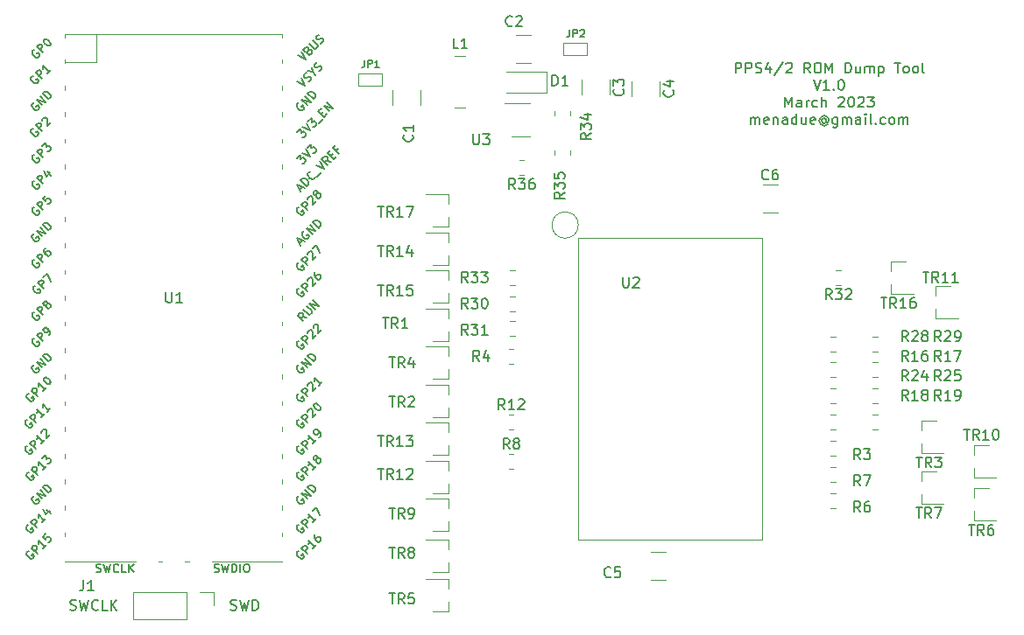
<source format=gbr>
G04 #@! TF.GenerationSoftware,KiCad,Pcbnew,5.1.5+dfsg1-2build2*
G04 #@! TF.CreationDate,2023-03-21T22:00:02+00:00*
G04 #@! TF.ProjectId,pps-rom-dumper,7070732d-726f-46d2-9d64-756d7065722e,rev?*
G04 #@! TF.SameCoordinates,Original*
G04 #@! TF.FileFunction,Legend,Top*
G04 #@! TF.FilePolarity,Positive*
%FSLAX46Y46*%
G04 Gerber Fmt 4.6, Leading zero omitted, Abs format (unit mm)*
G04 Created by KiCad (PCBNEW 5.1.5+dfsg1-2build2) date 2023-03-21 22:00:02*
%MOMM*%
%LPD*%
G04 APERTURE LIST*
%ADD10C,0.150000*%
%ADD11C,0.120000*%
G04 APERTURE END LIST*
D10*
X65952857Y-83589761D02*
X66095714Y-83637380D01*
X66333809Y-83637380D01*
X66429047Y-83589761D01*
X66476666Y-83542142D01*
X66524285Y-83446904D01*
X66524285Y-83351666D01*
X66476666Y-83256428D01*
X66429047Y-83208809D01*
X66333809Y-83161190D01*
X66143333Y-83113571D01*
X66048095Y-83065952D01*
X66000476Y-83018333D01*
X65952857Y-82923095D01*
X65952857Y-82827857D01*
X66000476Y-82732619D01*
X66048095Y-82685000D01*
X66143333Y-82637380D01*
X66381428Y-82637380D01*
X66524285Y-82685000D01*
X66857619Y-82637380D02*
X67095714Y-83637380D01*
X67286190Y-82923095D01*
X67476666Y-83637380D01*
X67714761Y-82637380D01*
X68095714Y-83637380D02*
X68095714Y-82637380D01*
X68333809Y-82637380D01*
X68476666Y-82685000D01*
X68571904Y-82780238D01*
X68619523Y-82875476D01*
X68667142Y-83065952D01*
X68667142Y-83208809D01*
X68619523Y-83399285D01*
X68571904Y-83494523D01*
X68476666Y-83589761D01*
X68333809Y-83637380D01*
X68095714Y-83637380D01*
X50443095Y-83589761D02*
X50585952Y-83637380D01*
X50824047Y-83637380D01*
X50919285Y-83589761D01*
X50966904Y-83542142D01*
X51014523Y-83446904D01*
X51014523Y-83351666D01*
X50966904Y-83256428D01*
X50919285Y-83208809D01*
X50824047Y-83161190D01*
X50633571Y-83113571D01*
X50538333Y-83065952D01*
X50490714Y-83018333D01*
X50443095Y-82923095D01*
X50443095Y-82827857D01*
X50490714Y-82732619D01*
X50538333Y-82685000D01*
X50633571Y-82637380D01*
X50871666Y-82637380D01*
X51014523Y-82685000D01*
X51347857Y-82637380D02*
X51585952Y-83637380D01*
X51776428Y-82923095D01*
X51966904Y-83637380D01*
X52205000Y-82637380D01*
X53157380Y-83542142D02*
X53109761Y-83589761D01*
X52966904Y-83637380D01*
X52871666Y-83637380D01*
X52728809Y-83589761D01*
X52633571Y-83494523D01*
X52585952Y-83399285D01*
X52538333Y-83208809D01*
X52538333Y-83065952D01*
X52585952Y-82875476D01*
X52633571Y-82780238D01*
X52728809Y-82685000D01*
X52871666Y-82637380D01*
X52966904Y-82637380D01*
X53109761Y-82685000D01*
X53157380Y-82732619D01*
X54062142Y-83637380D02*
X53585952Y-83637380D01*
X53585952Y-82637380D01*
X54395476Y-83637380D02*
X54395476Y-82637380D01*
X54966904Y-83637380D02*
X54538333Y-83065952D01*
X54966904Y-82637380D02*
X54395476Y-83208809D01*
X114753571Y-31632380D02*
X114753571Y-30632380D01*
X115134523Y-30632380D01*
X115229761Y-30680000D01*
X115277380Y-30727619D01*
X115325000Y-30822857D01*
X115325000Y-30965714D01*
X115277380Y-31060952D01*
X115229761Y-31108571D01*
X115134523Y-31156190D01*
X114753571Y-31156190D01*
X115753571Y-31632380D02*
X115753571Y-30632380D01*
X116134523Y-30632380D01*
X116229761Y-30680000D01*
X116277380Y-30727619D01*
X116325000Y-30822857D01*
X116325000Y-30965714D01*
X116277380Y-31060952D01*
X116229761Y-31108571D01*
X116134523Y-31156190D01*
X115753571Y-31156190D01*
X116705952Y-31584761D02*
X116848809Y-31632380D01*
X117086904Y-31632380D01*
X117182142Y-31584761D01*
X117229761Y-31537142D01*
X117277380Y-31441904D01*
X117277380Y-31346666D01*
X117229761Y-31251428D01*
X117182142Y-31203809D01*
X117086904Y-31156190D01*
X116896428Y-31108571D01*
X116801190Y-31060952D01*
X116753571Y-31013333D01*
X116705952Y-30918095D01*
X116705952Y-30822857D01*
X116753571Y-30727619D01*
X116801190Y-30680000D01*
X116896428Y-30632380D01*
X117134523Y-30632380D01*
X117277380Y-30680000D01*
X118134523Y-30965714D02*
X118134523Y-31632380D01*
X117896428Y-30584761D02*
X117658333Y-31299047D01*
X118277380Y-31299047D01*
X119372619Y-30584761D02*
X118515476Y-31870476D01*
X119658333Y-30727619D02*
X119705952Y-30680000D01*
X119801190Y-30632380D01*
X120039285Y-30632380D01*
X120134523Y-30680000D01*
X120182142Y-30727619D01*
X120229761Y-30822857D01*
X120229761Y-30918095D01*
X120182142Y-31060952D01*
X119610714Y-31632380D01*
X120229761Y-31632380D01*
X121991666Y-31632380D02*
X121658333Y-31156190D01*
X121420238Y-31632380D02*
X121420238Y-30632380D01*
X121801190Y-30632380D01*
X121896428Y-30680000D01*
X121944047Y-30727619D01*
X121991666Y-30822857D01*
X121991666Y-30965714D01*
X121944047Y-31060952D01*
X121896428Y-31108571D01*
X121801190Y-31156190D01*
X121420238Y-31156190D01*
X122610714Y-30632380D02*
X122801190Y-30632380D01*
X122896428Y-30680000D01*
X122991666Y-30775238D01*
X123039285Y-30965714D01*
X123039285Y-31299047D01*
X122991666Y-31489523D01*
X122896428Y-31584761D01*
X122801190Y-31632380D01*
X122610714Y-31632380D01*
X122515476Y-31584761D01*
X122420238Y-31489523D01*
X122372619Y-31299047D01*
X122372619Y-30965714D01*
X122420238Y-30775238D01*
X122515476Y-30680000D01*
X122610714Y-30632380D01*
X123467857Y-31632380D02*
X123467857Y-30632380D01*
X123801190Y-31346666D01*
X124134523Y-30632380D01*
X124134523Y-31632380D01*
X125372619Y-31632380D02*
X125372619Y-30632380D01*
X125610714Y-30632380D01*
X125753571Y-30680000D01*
X125848809Y-30775238D01*
X125896428Y-30870476D01*
X125944047Y-31060952D01*
X125944047Y-31203809D01*
X125896428Y-31394285D01*
X125848809Y-31489523D01*
X125753571Y-31584761D01*
X125610714Y-31632380D01*
X125372619Y-31632380D01*
X126801190Y-30965714D02*
X126801190Y-31632380D01*
X126372619Y-30965714D02*
X126372619Y-31489523D01*
X126420238Y-31584761D01*
X126515476Y-31632380D01*
X126658333Y-31632380D01*
X126753571Y-31584761D01*
X126801190Y-31537142D01*
X127277380Y-31632380D02*
X127277380Y-30965714D01*
X127277380Y-31060952D02*
X127325000Y-31013333D01*
X127420238Y-30965714D01*
X127563095Y-30965714D01*
X127658333Y-31013333D01*
X127705952Y-31108571D01*
X127705952Y-31632380D01*
X127705952Y-31108571D02*
X127753571Y-31013333D01*
X127848809Y-30965714D01*
X127991666Y-30965714D01*
X128086904Y-31013333D01*
X128134523Y-31108571D01*
X128134523Y-31632380D01*
X128610714Y-30965714D02*
X128610714Y-31965714D01*
X128610714Y-31013333D02*
X128705952Y-30965714D01*
X128896428Y-30965714D01*
X128991666Y-31013333D01*
X129039285Y-31060952D01*
X129086904Y-31156190D01*
X129086904Y-31441904D01*
X129039285Y-31537142D01*
X128991666Y-31584761D01*
X128896428Y-31632380D01*
X128705952Y-31632380D01*
X128610714Y-31584761D01*
X130134523Y-30632380D02*
X130705952Y-30632380D01*
X130420238Y-31632380D02*
X130420238Y-30632380D01*
X131182142Y-31632380D02*
X131086904Y-31584761D01*
X131039285Y-31537142D01*
X130991666Y-31441904D01*
X130991666Y-31156190D01*
X131039285Y-31060952D01*
X131086904Y-31013333D01*
X131182142Y-30965714D01*
X131325000Y-30965714D01*
X131420238Y-31013333D01*
X131467857Y-31060952D01*
X131515476Y-31156190D01*
X131515476Y-31441904D01*
X131467857Y-31537142D01*
X131420238Y-31584761D01*
X131325000Y-31632380D01*
X131182142Y-31632380D01*
X132086904Y-31632380D02*
X131991666Y-31584761D01*
X131944047Y-31537142D01*
X131896428Y-31441904D01*
X131896428Y-31156190D01*
X131944047Y-31060952D01*
X131991666Y-31013333D01*
X132086904Y-30965714D01*
X132229761Y-30965714D01*
X132325000Y-31013333D01*
X132372619Y-31060952D01*
X132420238Y-31156190D01*
X132420238Y-31441904D01*
X132372619Y-31537142D01*
X132325000Y-31584761D01*
X132229761Y-31632380D01*
X132086904Y-31632380D01*
X132991666Y-31632380D02*
X132896428Y-31584761D01*
X132848809Y-31489523D01*
X132848809Y-30632380D01*
X122301190Y-32282380D02*
X122634523Y-33282380D01*
X122967857Y-32282380D01*
X123825000Y-33282380D02*
X123253571Y-33282380D01*
X123539285Y-33282380D02*
X123539285Y-32282380D01*
X123444047Y-32425238D01*
X123348809Y-32520476D01*
X123253571Y-32568095D01*
X124253571Y-33187142D02*
X124301190Y-33234761D01*
X124253571Y-33282380D01*
X124205952Y-33234761D01*
X124253571Y-33187142D01*
X124253571Y-33282380D01*
X124920238Y-32282380D02*
X125015476Y-32282380D01*
X125110714Y-32330000D01*
X125158333Y-32377619D01*
X125205952Y-32472857D01*
X125253571Y-32663333D01*
X125253571Y-32901428D01*
X125205952Y-33091904D01*
X125158333Y-33187142D01*
X125110714Y-33234761D01*
X125015476Y-33282380D01*
X124920238Y-33282380D01*
X124825000Y-33234761D01*
X124777380Y-33187142D01*
X124729761Y-33091904D01*
X124682142Y-32901428D01*
X124682142Y-32663333D01*
X124729761Y-32472857D01*
X124777380Y-32377619D01*
X124825000Y-32330000D01*
X124920238Y-32282380D01*
X119563095Y-34932380D02*
X119563095Y-33932380D01*
X119896428Y-34646666D01*
X120229761Y-33932380D01*
X120229761Y-34932380D01*
X121134523Y-34932380D02*
X121134523Y-34408571D01*
X121086904Y-34313333D01*
X120991666Y-34265714D01*
X120801190Y-34265714D01*
X120705952Y-34313333D01*
X121134523Y-34884761D02*
X121039285Y-34932380D01*
X120801190Y-34932380D01*
X120705952Y-34884761D01*
X120658333Y-34789523D01*
X120658333Y-34694285D01*
X120705952Y-34599047D01*
X120801190Y-34551428D01*
X121039285Y-34551428D01*
X121134523Y-34503809D01*
X121610714Y-34932380D02*
X121610714Y-34265714D01*
X121610714Y-34456190D02*
X121658333Y-34360952D01*
X121705952Y-34313333D01*
X121801190Y-34265714D01*
X121896428Y-34265714D01*
X122658333Y-34884761D02*
X122563095Y-34932380D01*
X122372619Y-34932380D01*
X122277380Y-34884761D01*
X122229761Y-34837142D01*
X122182142Y-34741904D01*
X122182142Y-34456190D01*
X122229761Y-34360952D01*
X122277380Y-34313333D01*
X122372619Y-34265714D01*
X122563095Y-34265714D01*
X122658333Y-34313333D01*
X123086904Y-34932380D02*
X123086904Y-33932380D01*
X123515476Y-34932380D02*
X123515476Y-34408571D01*
X123467857Y-34313333D01*
X123372619Y-34265714D01*
X123229761Y-34265714D01*
X123134523Y-34313333D01*
X123086904Y-34360952D01*
X124705952Y-34027619D02*
X124753571Y-33980000D01*
X124848809Y-33932380D01*
X125086904Y-33932380D01*
X125182142Y-33980000D01*
X125229761Y-34027619D01*
X125277380Y-34122857D01*
X125277380Y-34218095D01*
X125229761Y-34360952D01*
X124658333Y-34932380D01*
X125277380Y-34932380D01*
X125896428Y-33932380D02*
X125991666Y-33932380D01*
X126086904Y-33980000D01*
X126134523Y-34027619D01*
X126182142Y-34122857D01*
X126229761Y-34313333D01*
X126229761Y-34551428D01*
X126182142Y-34741904D01*
X126134523Y-34837142D01*
X126086904Y-34884761D01*
X125991666Y-34932380D01*
X125896428Y-34932380D01*
X125801190Y-34884761D01*
X125753571Y-34837142D01*
X125705952Y-34741904D01*
X125658333Y-34551428D01*
X125658333Y-34313333D01*
X125705952Y-34122857D01*
X125753571Y-34027619D01*
X125801190Y-33980000D01*
X125896428Y-33932380D01*
X126610714Y-34027619D02*
X126658333Y-33980000D01*
X126753571Y-33932380D01*
X126991666Y-33932380D01*
X127086904Y-33980000D01*
X127134523Y-34027619D01*
X127182142Y-34122857D01*
X127182142Y-34218095D01*
X127134523Y-34360952D01*
X126563095Y-34932380D01*
X127182142Y-34932380D01*
X127515476Y-33932380D02*
X128134523Y-33932380D01*
X127801190Y-34313333D01*
X127944047Y-34313333D01*
X128039285Y-34360952D01*
X128086904Y-34408571D01*
X128134523Y-34503809D01*
X128134523Y-34741904D01*
X128086904Y-34837142D01*
X128039285Y-34884761D01*
X127944047Y-34932380D01*
X127658333Y-34932380D01*
X127563095Y-34884761D01*
X127515476Y-34837142D01*
X116229761Y-36582380D02*
X116229761Y-35915714D01*
X116229761Y-36010952D02*
X116277380Y-35963333D01*
X116372619Y-35915714D01*
X116515476Y-35915714D01*
X116610714Y-35963333D01*
X116658333Y-36058571D01*
X116658333Y-36582380D01*
X116658333Y-36058571D02*
X116705952Y-35963333D01*
X116801190Y-35915714D01*
X116944047Y-35915714D01*
X117039285Y-35963333D01*
X117086904Y-36058571D01*
X117086904Y-36582380D01*
X117944047Y-36534761D02*
X117848809Y-36582380D01*
X117658333Y-36582380D01*
X117563095Y-36534761D01*
X117515476Y-36439523D01*
X117515476Y-36058571D01*
X117563095Y-35963333D01*
X117658333Y-35915714D01*
X117848809Y-35915714D01*
X117944047Y-35963333D01*
X117991666Y-36058571D01*
X117991666Y-36153809D01*
X117515476Y-36249047D01*
X118420238Y-35915714D02*
X118420238Y-36582380D01*
X118420238Y-36010952D02*
X118467857Y-35963333D01*
X118563095Y-35915714D01*
X118705952Y-35915714D01*
X118801190Y-35963333D01*
X118848809Y-36058571D01*
X118848809Y-36582380D01*
X119753571Y-36582380D02*
X119753571Y-36058571D01*
X119705952Y-35963333D01*
X119610714Y-35915714D01*
X119420238Y-35915714D01*
X119325000Y-35963333D01*
X119753571Y-36534761D02*
X119658333Y-36582380D01*
X119420238Y-36582380D01*
X119325000Y-36534761D01*
X119277380Y-36439523D01*
X119277380Y-36344285D01*
X119325000Y-36249047D01*
X119420238Y-36201428D01*
X119658333Y-36201428D01*
X119753571Y-36153809D01*
X120658333Y-36582380D02*
X120658333Y-35582380D01*
X120658333Y-36534761D02*
X120563095Y-36582380D01*
X120372619Y-36582380D01*
X120277380Y-36534761D01*
X120229761Y-36487142D01*
X120182142Y-36391904D01*
X120182142Y-36106190D01*
X120229761Y-36010952D01*
X120277380Y-35963333D01*
X120372619Y-35915714D01*
X120563095Y-35915714D01*
X120658333Y-35963333D01*
X121563095Y-35915714D02*
X121563095Y-36582380D01*
X121134523Y-35915714D02*
X121134523Y-36439523D01*
X121182142Y-36534761D01*
X121277380Y-36582380D01*
X121420238Y-36582380D01*
X121515476Y-36534761D01*
X121563095Y-36487142D01*
X122420238Y-36534761D02*
X122325000Y-36582380D01*
X122134523Y-36582380D01*
X122039285Y-36534761D01*
X121991666Y-36439523D01*
X121991666Y-36058571D01*
X122039285Y-35963333D01*
X122134523Y-35915714D01*
X122325000Y-35915714D01*
X122420238Y-35963333D01*
X122467857Y-36058571D01*
X122467857Y-36153809D01*
X121991666Y-36249047D01*
X123515476Y-36106190D02*
X123467857Y-36058571D01*
X123372619Y-36010952D01*
X123277380Y-36010952D01*
X123182142Y-36058571D01*
X123134523Y-36106190D01*
X123086904Y-36201428D01*
X123086904Y-36296666D01*
X123134523Y-36391904D01*
X123182142Y-36439523D01*
X123277380Y-36487142D01*
X123372619Y-36487142D01*
X123467857Y-36439523D01*
X123515476Y-36391904D01*
X123515476Y-36010952D02*
X123515476Y-36391904D01*
X123563095Y-36439523D01*
X123610714Y-36439523D01*
X123705952Y-36391904D01*
X123753571Y-36296666D01*
X123753571Y-36058571D01*
X123658333Y-35915714D01*
X123515476Y-35820476D01*
X123325000Y-35772857D01*
X123134523Y-35820476D01*
X122991666Y-35915714D01*
X122896428Y-36058571D01*
X122848809Y-36249047D01*
X122896428Y-36439523D01*
X122991666Y-36582380D01*
X123134523Y-36677619D01*
X123325000Y-36725238D01*
X123515476Y-36677619D01*
X123658333Y-36582380D01*
X124610714Y-35915714D02*
X124610714Y-36725238D01*
X124563095Y-36820476D01*
X124515476Y-36868095D01*
X124420238Y-36915714D01*
X124277380Y-36915714D01*
X124182142Y-36868095D01*
X124610714Y-36534761D02*
X124515476Y-36582380D01*
X124325000Y-36582380D01*
X124229761Y-36534761D01*
X124182142Y-36487142D01*
X124134523Y-36391904D01*
X124134523Y-36106190D01*
X124182142Y-36010952D01*
X124229761Y-35963333D01*
X124325000Y-35915714D01*
X124515476Y-35915714D01*
X124610714Y-35963333D01*
X125086904Y-36582380D02*
X125086904Y-35915714D01*
X125086904Y-36010952D02*
X125134523Y-35963333D01*
X125229761Y-35915714D01*
X125372619Y-35915714D01*
X125467857Y-35963333D01*
X125515476Y-36058571D01*
X125515476Y-36582380D01*
X125515476Y-36058571D02*
X125563095Y-35963333D01*
X125658333Y-35915714D01*
X125801190Y-35915714D01*
X125896428Y-35963333D01*
X125944047Y-36058571D01*
X125944047Y-36582380D01*
X126848809Y-36582380D02*
X126848809Y-36058571D01*
X126801190Y-35963333D01*
X126705952Y-35915714D01*
X126515476Y-35915714D01*
X126420238Y-35963333D01*
X126848809Y-36534761D02*
X126753571Y-36582380D01*
X126515476Y-36582380D01*
X126420238Y-36534761D01*
X126372619Y-36439523D01*
X126372619Y-36344285D01*
X126420238Y-36249047D01*
X126515476Y-36201428D01*
X126753571Y-36201428D01*
X126848809Y-36153809D01*
X127325000Y-36582380D02*
X127325000Y-35915714D01*
X127325000Y-35582380D02*
X127277380Y-35630000D01*
X127325000Y-35677619D01*
X127372619Y-35630000D01*
X127325000Y-35582380D01*
X127325000Y-35677619D01*
X127944047Y-36582380D02*
X127848809Y-36534761D01*
X127801190Y-36439523D01*
X127801190Y-35582380D01*
X128325000Y-36487142D02*
X128372619Y-36534761D01*
X128325000Y-36582380D01*
X128277380Y-36534761D01*
X128325000Y-36487142D01*
X128325000Y-36582380D01*
X129229761Y-36534761D02*
X129134523Y-36582380D01*
X128944047Y-36582380D01*
X128848809Y-36534761D01*
X128801190Y-36487142D01*
X128753571Y-36391904D01*
X128753571Y-36106190D01*
X128801190Y-36010952D01*
X128848809Y-35963333D01*
X128944047Y-35915714D01*
X129134523Y-35915714D01*
X129229761Y-35963333D01*
X129801190Y-36582380D02*
X129705952Y-36534761D01*
X129658333Y-36487142D01*
X129610714Y-36391904D01*
X129610714Y-36106190D01*
X129658333Y-36010952D01*
X129705952Y-35963333D01*
X129801190Y-35915714D01*
X129944047Y-35915714D01*
X130039285Y-35963333D01*
X130086904Y-36010952D01*
X130134523Y-36106190D01*
X130134523Y-36391904D01*
X130086904Y-36487142D01*
X130039285Y-36534761D01*
X129944047Y-36582380D01*
X129801190Y-36582380D01*
X130563095Y-36582380D02*
X130563095Y-35915714D01*
X130563095Y-36010952D02*
X130610714Y-35963333D01*
X130705952Y-35915714D01*
X130848809Y-35915714D01*
X130944047Y-35963333D01*
X130991666Y-36058571D01*
X130991666Y-36582380D01*
X130991666Y-36058571D02*
X131039285Y-35963333D01*
X131134523Y-35915714D01*
X131277380Y-35915714D01*
X131372619Y-35963333D01*
X131420238Y-36058571D01*
X131420238Y-36582380D01*
D11*
X117398748Y-45175000D02*
X118821252Y-45175000D01*
X117398748Y-42455000D02*
X118821252Y-42455000D01*
X106603748Y-80735000D02*
X108026252Y-80735000D01*
X106603748Y-78015000D02*
X108026252Y-78015000D01*
X104685000Y-32435748D02*
X104685000Y-33858252D01*
X107405000Y-32435748D02*
X107405000Y-33858252D01*
X64322000Y-81855000D02*
X64322000Y-83185000D01*
X62992000Y-81855000D02*
X64322000Y-81855000D01*
X61722000Y-81855000D02*
X61722000Y-84515000D01*
X61722000Y-84515000D02*
X56582000Y-84515000D01*
X61722000Y-81855000D02*
X56582000Y-81855000D01*
X56582000Y-81855000D02*
X56582000Y-84515000D01*
X94880000Y-34585000D02*
X92430000Y-34585000D01*
X93080000Y-37805000D02*
X94880000Y-37805000D01*
X94334064Y-40032000D02*
X93879936Y-40032000D01*
X94334064Y-41502000D02*
X93879936Y-41502000D01*
X97309000Y-39142936D02*
X97309000Y-39597064D01*
X98779000Y-39142936D02*
X98779000Y-39597064D01*
X97309000Y-35332936D02*
X97309000Y-35787064D01*
X98779000Y-35332936D02*
X98779000Y-35787064D01*
X87638000Y-35022000D02*
X88638000Y-35022000D01*
X87638000Y-30002000D02*
X88638000Y-30002000D01*
X98129000Y-28737000D02*
X100429000Y-28737000D01*
X100429000Y-28737000D02*
X100429000Y-29937000D01*
X100429000Y-29937000D02*
X98129000Y-29937000D01*
X98129000Y-29937000D02*
X98129000Y-28737000D01*
X78302000Y-31658000D02*
X80602000Y-31658000D01*
X80602000Y-31658000D02*
X80602000Y-32858000D01*
X80602000Y-32858000D02*
X78302000Y-32858000D01*
X78302000Y-32858000D02*
X78302000Y-31658000D01*
X96484000Y-33512000D02*
X92584000Y-33512000D01*
X96484000Y-31512000D02*
X92584000Y-31512000D01*
X96484000Y-33512000D02*
X96484000Y-31512000D01*
X99859000Y-32308748D02*
X99859000Y-33731252D01*
X102579000Y-32308748D02*
X102579000Y-33731252D01*
X94945252Y-27977000D02*
X93522748Y-27977000D01*
X94945252Y-30697000D02*
X93522748Y-30697000D01*
X81571000Y-33324748D02*
X81571000Y-34747252D01*
X84291000Y-33324748D02*
X84291000Y-34747252D01*
X99568000Y-46355000D02*
G75*
G03X99568000Y-46355000I-1270000J0D01*
G01*
X117348000Y-47625000D02*
X99568000Y-47625000D01*
X117348000Y-76835000D02*
X117348000Y-47625000D01*
X99568000Y-76835000D02*
X117348000Y-76835000D01*
X99568000Y-47625000D02*
X99568000Y-76835000D01*
X49976599Y-27898800D02*
X70976599Y-27898800D01*
X56776599Y-78898800D02*
X49976599Y-78898800D01*
X49976599Y-30565800D02*
X52983599Y-30565800D01*
X52983599Y-30565800D02*
X52983599Y-27898800D01*
X49976599Y-27898800D02*
X49976599Y-28198800D01*
X49976599Y-30298800D02*
X49976599Y-30698800D01*
X49976599Y-32898800D02*
X49976599Y-33298800D01*
X49976599Y-35398800D02*
X49976599Y-35798800D01*
X49976599Y-37998800D02*
X49976599Y-38398800D01*
X49976599Y-40498800D02*
X49976599Y-40898800D01*
X49976599Y-42998800D02*
X49976599Y-43398800D01*
X49976599Y-45598800D02*
X49976599Y-45998800D01*
X49976599Y-48098800D02*
X49976599Y-48498800D01*
X49976599Y-50698800D02*
X49976599Y-51098800D01*
X49976599Y-53198800D02*
X49976599Y-53598800D01*
X49976599Y-55698800D02*
X49976599Y-56098800D01*
X49976599Y-58298800D02*
X49976599Y-58698800D01*
X49976599Y-60798800D02*
X49976599Y-61198800D01*
X49976599Y-63398800D02*
X49976599Y-63798800D01*
X49976599Y-65898800D02*
X49976599Y-66298800D01*
X49976599Y-68498800D02*
X49976599Y-68898800D01*
X49976599Y-70998800D02*
X49976599Y-71398800D01*
X49976599Y-73498800D02*
X49976599Y-73898800D01*
X49976599Y-76098800D02*
X49976599Y-76498800D01*
X70976599Y-42998800D02*
X70976599Y-43398800D01*
X70976599Y-48098800D02*
X70976599Y-48498800D01*
X70976599Y-55698800D02*
X70976599Y-56098800D01*
X70976599Y-63398800D02*
X70976599Y-63798800D01*
X70976599Y-32898800D02*
X70976599Y-33298800D01*
X70976599Y-30298800D02*
X70976599Y-30698800D01*
X70976599Y-37998800D02*
X70976599Y-38398800D01*
X70976599Y-70998800D02*
X70976599Y-71398800D01*
X70976599Y-76098800D02*
X70976599Y-76498800D01*
X70976599Y-73498800D02*
X70976599Y-73898800D01*
X70976599Y-58298800D02*
X70976599Y-58698800D01*
X70976599Y-53198800D02*
X70976599Y-53598800D01*
X70976599Y-40498800D02*
X70976599Y-40898800D01*
X70976599Y-45598800D02*
X70976599Y-45998800D01*
X70976599Y-65898800D02*
X70976599Y-66298800D01*
X70976599Y-50698800D02*
X70976599Y-51098800D01*
X70976599Y-27898800D02*
X70976599Y-28198800D01*
X70976599Y-35398800D02*
X70976599Y-35798800D01*
X70976599Y-60798800D02*
X70976599Y-61198800D01*
X70976599Y-68498800D02*
X70976599Y-68898800D01*
X70976599Y-78898800D02*
X64176599Y-78898800D01*
X58976599Y-78898800D02*
X59376599Y-78898800D01*
X61576599Y-78898800D02*
X61976599Y-78898800D01*
X92990936Y-52170000D02*
X93445064Y-52170000D01*
X92990936Y-50700000D02*
X93445064Y-50700000D01*
X124941064Y-50700000D02*
X124486936Y-50700000D01*
X124941064Y-52170000D02*
X124486936Y-52170000D01*
X92990936Y-57123000D02*
X93445064Y-57123000D01*
X92990936Y-55653000D02*
X93445064Y-55653000D01*
X92990936Y-54710000D02*
X93445064Y-54710000D01*
X92990936Y-53240000D02*
X93445064Y-53240000D01*
X128042936Y-58647000D02*
X128497064Y-58647000D01*
X128042936Y-57177000D02*
X128497064Y-57177000D01*
X123978936Y-58647000D02*
X124433064Y-58647000D01*
X123978936Y-57177000D02*
X124433064Y-57177000D01*
X128042936Y-63600000D02*
X128497064Y-63600000D01*
X128042936Y-62130000D02*
X128497064Y-62130000D01*
X123978936Y-63600000D02*
X124433064Y-63600000D01*
X123978936Y-62130000D02*
X124433064Y-62130000D01*
X128042936Y-66140000D02*
X128497064Y-66140000D01*
X128042936Y-64670000D02*
X128497064Y-64670000D01*
X123978936Y-66140000D02*
X124433064Y-66140000D01*
X123978936Y-64670000D02*
X124433064Y-64670000D01*
X128042936Y-61060000D02*
X128497064Y-61060000D01*
X128042936Y-59590000D02*
X128497064Y-59590000D01*
X123978936Y-61060000D02*
X124433064Y-61060000D01*
X123978936Y-59590000D02*
X124433064Y-59590000D01*
X92863936Y-66140000D02*
X93318064Y-66140000D01*
X92863936Y-64670000D02*
X93318064Y-64670000D01*
X92863936Y-69950000D02*
X93318064Y-69950000D01*
X92863936Y-68480000D02*
X93318064Y-68480000D01*
X124433064Y-69750000D02*
X123978936Y-69750000D01*
X124433064Y-71220000D02*
X123978936Y-71220000D01*
X124433064Y-72290000D02*
X123978936Y-72290000D01*
X124433064Y-73760000D02*
X123978936Y-73760000D01*
X92863936Y-59790000D02*
X93318064Y-59790000D01*
X92863936Y-58320000D02*
X93318064Y-58320000D01*
X124433064Y-67210000D02*
X123978936Y-67210000D01*
X124433064Y-68680000D02*
X123978936Y-68680000D01*
X86993000Y-46538000D02*
X85533000Y-46538000D01*
X86993000Y-43378000D02*
X84833000Y-43378000D01*
X86993000Y-43378000D02*
X86993000Y-44308000D01*
X86993000Y-46538000D02*
X86993000Y-45608000D01*
X129796000Y-49855000D02*
X131256000Y-49855000D01*
X129796000Y-53015000D02*
X131956000Y-53015000D01*
X129796000Y-53015000D02*
X129796000Y-52085000D01*
X129796000Y-49855000D02*
X129796000Y-50785000D01*
X86993000Y-53904000D02*
X85533000Y-53904000D01*
X86993000Y-50744000D02*
X84833000Y-50744000D01*
X86993000Y-50744000D02*
X86993000Y-51674000D01*
X86993000Y-53904000D02*
X86993000Y-52974000D01*
X86993000Y-50221000D02*
X85533000Y-50221000D01*
X86993000Y-47061000D02*
X84833000Y-47061000D01*
X86993000Y-47061000D02*
X86993000Y-47991000D01*
X86993000Y-50221000D02*
X86993000Y-49291000D01*
X86993000Y-68636000D02*
X85533000Y-68636000D01*
X86993000Y-65476000D02*
X84833000Y-65476000D01*
X86993000Y-65476000D02*
X86993000Y-66406000D01*
X86993000Y-68636000D02*
X86993000Y-67706000D01*
X86993000Y-72319000D02*
X85533000Y-72319000D01*
X86993000Y-69159000D02*
X84833000Y-69159000D01*
X86993000Y-69159000D02*
X86993000Y-70089000D01*
X86993000Y-72319000D02*
X86993000Y-71389000D01*
X134114000Y-52268000D02*
X135574000Y-52268000D01*
X134114000Y-55428000D02*
X136274000Y-55428000D01*
X134114000Y-55428000D02*
X134114000Y-54498000D01*
X134114000Y-52268000D02*
X134114000Y-53198000D01*
X137797000Y-67635000D02*
X139257000Y-67635000D01*
X137797000Y-70795000D02*
X139957000Y-70795000D01*
X137797000Y-70795000D02*
X137797000Y-69865000D01*
X137797000Y-67635000D02*
X137797000Y-68565000D01*
X86993000Y-76002000D02*
X85533000Y-76002000D01*
X86993000Y-72842000D02*
X84833000Y-72842000D01*
X86993000Y-72842000D02*
X86993000Y-73772000D01*
X86993000Y-76002000D02*
X86993000Y-75072000D01*
X86993000Y-79939000D02*
X85533000Y-79939000D01*
X86993000Y-76779000D02*
X84833000Y-76779000D01*
X86993000Y-76779000D02*
X86993000Y-77709000D01*
X86993000Y-79939000D02*
X86993000Y-79009000D01*
X132717000Y-70175000D02*
X134177000Y-70175000D01*
X132717000Y-73335000D02*
X134877000Y-73335000D01*
X132717000Y-73335000D02*
X132717000Y-72405000D01*
X132717000Y-70175000D02*
X132717000Y-71105000D01*
X137797000Y-71826000D02*
X139257000Y-71826000D01*
X137797000Y-74986000D02*
X139957000Y-74986000D01*
X137797000Y-74986000D02*
X137797000Y-74056000D01*
X137797000Y-71826000D02*
X137797000Y-72756000D01*
X86993000Y-83749000D02*
X85533000Y-83749000D01*
X86993000Y-80589000D02*
X84833000Y-80589000D01*
X86993000Y-80589000D02*
X86993000Y-81519000D01*
X86993000Y-83749000D02*
X86993000Y-82819000D01*
X86993000Y-61270000D02*
X85533000Y-61270000D01*
X86993000Y-58110000D02*
X84833000Y-58110000D01*
X86993000Y-58110000D02*
X86993000Y-59040000D01*
X86993000Y-61270000D02*
X86993000Y-60340000D01*
X132733000Y-65288000D02*
X134193000Y-65288000D01*
X132733000Y-68448000D02*
X134893000Y-68448000D01*
X132733000Y-68448000D02*
X132733000Y-67518000D01*
X132733000Y-65288000D02*
X132733000Y-66218000D01*
X86993000Y-64953000D02*
X85533000Y-64953000D01*
X86993000Y-61793000D02*
X84833000Y-61793000D01*
X86993000Y-61793000D02*
X86993000Y-62723000D01*
X86993000Y-64953000D02*
X86993000Y-64023000D01*
X86993000Y-57587000D02*
X85533000Y-57587000D01*
X86993000Y-54427000D02*
X84833000Y-54427000D01*
X86993000Y-54427000D02*
X86993000Y-55357000D01*
X86993000Y-57587000D02*
X86993000Y-56657000D01*
D10*
X117943333Y-41872142D02*
X117895714Y-41919761D01*
X117752857Y-41967380D01*
X117657619Y-41967380D01*
X117514761Y-41919761D01*
X117419523Y-41824523D01*
X117371904Y-41729285D01*
X117324285Y-41538809D01*
X117324285Y-41395952D01*
X117371904Y-41205476D01*
X117419523Y-41110238D01*
X117514761Y-41015000D01*
X117657619Y-40967380D01*
X117752857Y-40967380D01*
X117895714Y-41015000D01*
X117943333Y-41062619D01*
X118800476Y-40967380D02*
X118610000Y-40967380D01*
X118514761Y-41015000D01*
X118467142Y-41062619D01*
X118371904Y-41205476D01*
X118324285Y-41395952D01*
X118324285Y-41776904D01*
X118371904Y-41872142D01*
X118419523Y-41919761D01*
X118514761Y-41967380D01*
X118705238Y-41967380D01*
X118800476Y-41919761D01*
X118848095Y-41872142D01*
X118895714Y-41776904D01*
X118895714Y-41538809D01*
X118848095Y-41443571D01*
X118800476Y-41395952D01*
X118705238Y-41348333D01*
X118514761Y-41348333D01*
X118419523Y-41395952D01*
X118371904Y-41443571D01*
X118324285Y-41538809D01*
X102703333Y-80367142D02*
X102655714Y-80414761D01*
X102512857Y-80462380D01*
X102417619Y-80462380D01*
X102274761Y-80414761D01*
X102179523Y-80319523D01*
X102131904Y-80224285D01*
X102084285Y-80033809D01*
X102084285Y-79890952D01*
X102131904Y-79700476D01*
X102179523Y-79605238D01*
X102274761Y-79510000D01*
X102417619Y-79462380D01*
X102512857Y-79462380D01*
X102655714Y-79510000D01*
X102703333Y-79557619D01*
X103608095Y-79462380D02*
X103131904Y-79462380D01*
X103084285Y-79938571D01*
X103131904Y-79890952D01*
X103227142Y-79843333D01*
X103465238Y-79843333D01*
X103560476Y-79890952D01*
X103608095Y-79938571D01*
X103655714Y-80033809D01*
X103655714Y-80271904D01*
X103608095Y-80367142D01*
X103560476Y-80414761D01*
X103465238Y-80462380D01*
X103227142Y-80462380D01*
X103131904Y-80414761D01*
X103084285Y-80367142D01*
X108702142Y-33313666D02*
X108749761Y-33361285D01*
X108797380Y-33504142D01*
X108797380Y-33599380D01*
X108749761Y-33742238D01*
X108654523Y-33837476D01*
X108559285Y-33885095D01*
X108368809Y-33932714D01*
X108225952Y-33932714D01*
X108035476Y-33885095D01*
X107940238Y-33837476D01*
X107845000Y-33742238D01*
X107797380Y-33599380D01*
X107797380Y-33504142D01*
X107845000Y-33361285D01*
X107892619Y-33313666D01*
X108130714Y-32456523D02*
X108797380Y-32456523D01*
X107749761Y-32694619D02*
X108464047Y-32932714D01*
X108464047Y-32313666D01*
X51736666Y-80732380D02*
X51736666Y-81446666D01*
X51689047Y-81589523D01*
X51593809Y-81684761D01*
X51450952Y-81732380D01*
X51355714Y-81732380D01*
X52736666Y-81732380D02*
X52165238Y-81732380D01*
X52450952Y-81732380D02*
X52450952Y-80732380D01*
X52355714Y-80875238D01*
X52260476Y-80970476D01*
X52165238Y-81018095D01*
X89408095Y-37552380D02*
X89408095Y-38361904D01*
X89455714Y-38457142D01*
X89503333Y-38504761D01*
X89598571Y-38552380D01*
X89789047Y-38552380D01*
X89884285Y-38504761D01*
X89931904Y-38457142D01*
X89979523Y-38361904D01*
X89979523Y-37552380D01*
X90360476Y-37552380D02*
X90979523Y-37552380D01*
X90646190Y-37933333D01*
X90789047Y-37933333D01*
X90884285Y-37980952D01*
X90931904Y-38028571D01*
X90979523Y-38123809D01*
X90979523Y-38361904D01*
X90931904Y-38457142D01*
X90884285Y-38504761D01*
X90789047Y-38552380D01*
X90503333Y-38552380D01*
X90408095Y-38504761D01*
X90360476Y-38457142D01*
X93464142Y-42869380D02*
X93130809Y-42393190D01*
X92892714Y-42869380D02*
X92892714Y-41869380D01*
X93273666Y-41869380D01*
X93368904Y-41917000D01*
X93416523Y-41964619D01*
X93464142Y-42059857D01*
X93464142Y-42202714D01*
X93416523Y-42297952D01*
X93368904Y-42345571D01*
X93273666Y-42393190D01*
X92892714Y-42393190D01*
X93797476Y-41869380D02*
X94416523Y-41869380D01*
X94083190Y-42250333D01*
X94226047Y-42250333D01*
X94321285Y-42297952D01*
X94368904Y-42345571D01*
X94416523Y-42440809D01*
X94416523Y-42678904D01*
X94368904Y-42774142D01*
X94321285Y-42821761D01*
X94226047Y-42869380D01*
X93940333Y-42869380D01*
X93845095Y-42821761D01*
X93797476Y-42774142D01*
X95273666Y-41869380D02*
X95083190Y-41869380D01*
X94987952Y-41917000D01*
X94940333Y-41964619D01*
X94845095Y-42107476D01*
X94797476Y-42297952D01*
X94797476Y-42678904D01*
X94845095Y-42774142D01*
X94892714Y-42821761D01*
X94987952Y-42869380D01*
X95178428Y-42869380D01*
X95273666Y-42821761D01*
X95321285Y-42774142D01*
X95368904Y-42678904D01*
X95368904Y-42440809D01*
X95321285Y-42345571D01*
X95273666Y-42297952D01*
X95178428Y-42250333D01*
X94987952Y-42250333D01*
X94892714Y-42297952D01*
X94845095Y-42345571D01*
X94797476Y-42440809D01*
X98242380Y-43187857D02*
X97766190Y-43521190D01*
X98242380Y-43759285D02*
X97242380Y-43759285D01*
X97242380Y-43378333D01*
X97290000Y-43283095D01*
X97337619Y-43235476D01*
X97432857Y-43187857D01*
X97575714Y-43187857D01*
X97670952Y-43235476D01*
X97718571Y-43283095D01*
X97766190Y-43378333D01*
X97766190Y-43759285D01*
X97242380Y-42854523D02*
X97242380Y-42235476D01*
X97623333Y-42568809D01*
X97623333Y-42425952D01*
X97670952Y-42330714D01*
X97718571Y-42283095D01*
X97813809Y-42235476D01*
X98051904Y-42235476D01*
X98147142Y-42283095D01*
X98194761Y-42330714D01*
X98242380Y-42425952D01*
X98242380Y-42711666D01*
X98194761Y-42806904D01*
X98147142Y-42854523D01*
X97242380Y-41330714D02*
X97242380Y-41806904D01*
X97718571Y-41854523D01*
X97670952Y-41806904D01*
X97623333Y-41711666D01*
X97623333Y-41473571D01*
X97670952Y-41378333D01*
X97718571Y-41330714D01*
X97813809Y-41283095D01*
X98051904Y-41283095D01*
X98147142Y-41330714D01*
X98194761Y-41378333D01*
X98242380Y-41473571D01*
X98242380Y-41711666D01*
X98194761Y-41806904D01*
X98147142Y-41854523D01*
X100782380Y-37472857D02*
X100306190Y-37806190D01*
X100782380Y-38044285D02*
X99782380Y-38044285D01*
X99782380Y-37663333D01*
X99830000Y-37568095D01*
X99877619Y-37520476D01*
X99972857Y-37472857D01*
X100115714Y-37472857D01*
X100210952Y-37520476D01*
X100258571Y-37568095D01*
X100306190Y-37663333D01*
X100306190Y-38044285D01*
X99782380Y-37139523D02*
X99782380Y-36520476D01*
X100163333Y-36853809D01*
X100163333Y-36710952D01*
X100210952Y-36615714D01*
X100258571Y-36568095D01*
X100353809Y-36520476D01*
X100591904Y-36520476D01*
X100687142Y-36568095D01*
X100734761Y-36615714D01*
X100782380Y-36710952D01*
X100782380Y-36996666D01*
X100734761Y-37091904D01*
X100687142Y-37139523D01*
X100115714Y-35663333D02*
X100782380Y-35663333D01*
X99734761Y-35901428D02*
X100449047Y-36139523D01*
X100449047Y-35520476D01*
X87971333Y-29264380D02*
X87495142Y-29264380D01*
X87495142Y-28264380D01*
X88828476Y-29264380D02*
X88257047Y-29264380D01*
X88542761Y-29264380D02*
X88542761Y-28264380D01*
X88447523Y-28407238D01*
X88352285Y-28502476D01*
X88257047Y-28550095D01*
X98745666Y-27453666D02*
X98745666Y-27953666D01*
X98712333Y-28053666D01*
X98645666Y-28120333D01*
X98545666Y-28153666D01*
X98479000Y-28153666D01*
X99079000Y-28153666D02*
X99079000Y-27453666D01*
X99345666Y-27453666D01*
X99412333Y-27487000D01*
X99445666Y-27520333D01*
X99479000Y-27587000D01*
X99479000Y-27687000D01*
X99445666Y-27753666D01*
X99412333Y-27787000D01*
X99345666Y-27820333D01*
X99079000Y-27820333D01*
X99745666Y-27520333D02*
X99779000Y-27487000D01*
X99845666Y-27453666D01*
X100012333Y-27453666D01*
X100079000Y-27487000D01*
X100112333Y-27520333D01*
X100145666Y-27587000D01*
X100145666Y-27653666D01*
X100112333Y-27753666D01*
X99712333Y-28153666D01*
X100145666Y-28153666D01*
X78918666Y-30374666D02*
X78918666Y-30874666D01*
X78885333Y-30974666D01*
X78818666Y-31041333D01*
X78718666Y-31074666D01*
X78652000Y-31074666D01*
X79252000Y-31074666D02*
X79252000Y-30374666D01*
X79518666Y-30374666D01*
X79585333Y-30408000D01*
X79618666Y-30441333D01*
X79652000Y-30508000D01*
X79652000Y-30608000D01*
X79618666Y-30674666D01*
X79585333Y-30708000D01*
X79518666Y-30741333D01*
X79252000Y-30741333D01*
X80318666Y-31074666D02*
X79918666Y-31074666D01*
X80118666Y-31074666D02*
X80118666Y-30374666D01*
X80052000Y-30474666D01*
X79985333Y-30541333D01*
X79918666Y-30574666D01*
X97051904Y-32837380D02*
X97051904Y-31837380D01*
X97290000Y-31837380D01*
X97432857Y-31885000D01*
X97528095Y-31980238D01*
X97575714Y-32075476D01*
X97623333Y-32265952D01*
X97623333Y-32408809D01*
X97575714Y-32599285D01*
X97528095Y-32694523D01*
X97432857Y-32789761D01*
X97290000Y-32837380D01*
X97051904Y-32837380D01*
X98575714Y-32837380D02*
X98004285Y-32837380D01*
X98290000Y-32837380D02*
X98290000Y-31837380D01*
X98194761Y-31980238D01*
X98099523Y-32075476D01*
X98004285Y-32123095D01*
X103876142Y-33186666D02*
X103923761Y-33234285D01*
X103971380Y-33377142D01*
X103971380Y-33472380D01*
X103923761Y-33615238D01*
X103828523Y-33710476D01*
X103733285Y-33758095D01*
X103542809Y-33805714D01*
X103399952Y-33805714D01*
X103209476Y-33758095D01*
X103114238Y-33710476D01*
X103019000Y-33615238D01*
X102971380Y-33472380D01*
X102971380Y-33377142D01*
X103019000Y-33234285D01*
X103066619Y-33186666D01*
X102971380Y-32853333D02*
X102971380Y-32234285D01*
X103352333Y-32567619D01*
X103352333Y-32424761D01*
X103399952Y-32329523D01*
X103447571Y-32281904D01*
X103542809Y-32234285D01*
X103780904Y-32234285D01*
X103876142Y-32281904D01*
X103923761Y-32329523D01*
X103971380Y-32424761D01*
X103971380Y-32710476D01*
X103923761Y-32805714D01*
X103876142Y-32853333D01*
X93178333Y-27027142D02*
X93130714Y-27074761D01*
X92987857Y-27122380D01*
X92892619Y-27122380D01*
X92749761Y-27074761D01*
X92654523Y-26979523D01*
X92606904Y-26884285D01*
X92559285Y-26693809D01*
X92559285Y-26550952D01*
X92606904Y-26360476D01*
X92654523Y-26265238D01*
X92749761Y-26170000D01*
X92892619Y-26122380D01*
X92987857Y-26122380D01*
X93130714Y-26170000D01*
X93178333Y-26217619D01*
X93559285Y-26217619D02*
X93606904Y-26170000D01*
X93702142Y-26122380D01*
X93940238Y-26122380D01*
X94035476Y-26170000D01*
X94083095Y-26217619D01*
X94130714Y-26312857D01*
X94130714Y-26408095D01*
X94083095Y-26550952D01*
X93511666Y-27122380D01*
X94130714Y-27122380D01*
X83542142Y-37631666D02*
X83589761Y-37679285D01*
X83637380Y-37822142D01*
X83637380Y-37917380D01*
X83589761Y-38060238D01*
X83494523Y-38155476D01*
X83399285Y-38203095D01*
X83208809Y-38250714D01*
X83065952Y-38250714D01*
X82875476Y-38203095D01*
X82780238Y-38155476D01*
X82685000Y-38060238D01*
X82637380Y-37917380D01*
X82637380Y-37822142D01*
X82685000Y-37679285D01*
X82732619Y-37631666D01*
X83637380Y-36679285D02*
X83637380Y-37250714D01*
X83637380Y-36965000D02*
X82637380Y-36965000D01*
X82780238Y-37060238D01*
X82875476Y-37155476D01*
X82923095Y-37250714D01*
X103886095Y-51387380D02*
X103886095Y-52196904D01*
X103933714Y-52292142D01*
X103981333Y-52339761D01*
X104076571Y-52387380D01*
X104267047Y-52387380D01*
X104362285Y-52339761D01*
X104409904Y-52292142D01*
X104457523Y-52196904D01*
X104457523Y-51387380D01*
X104886095Y-51482619D02*
X104933714Y-51435000D01*
X105028952Y-51387380D01*
X105267047Y-51387380D01*
X105362285Y-51435000D01*
X105409904Y-51482619D01*
X105457523Y-51577857D01*
X105457523Y-51673095D01*
X105409904Y-51815952D01*
X104838476Y-52387380D01*
X105457523Y-52387380D01*
X59714694Y-52851180D02*
X59714694Y-53660704D01*
X59762313Y-53755942D01*
X59809932Y-53803561D01*
X59905170Y-53851180D01*
X60095646Y-53851180D01*
X60190884Y-53803561D01*
X60238503Y-53755942D01*
X60286122Y-53660704D01*
X60286122Y-52851180D01*
X61286122Y-53851180D02*
X60714694Y-53851180D01*
X61000408Y-53851180D02*
X61000408Y-52851180D01*
X60905170Y-52994038D01*
X60809932Y-53089276D01*
X60714694Y-53136895D01*
X64381360Y-79922609D02*
X64495646Y-79960704D01*
X64686122Y-79960704D01*
X64762313Y-79922609D01*
X64800408Y-79884514D01*
X64838503Y-79808323D01*
X64838503Y-79732133D01*
X64800408Y-79655942D01*
X64762313Y-79617847D01*
X64686122Y-79579752D01*
X64533741Y-79541657D01*
X64457551Y-79503561D01*
X64419456Y-79465466D01*
X64381360Y-79389276D01*
X64381360Y-79313085D01*
X64419456Y-79236895D01*
X64457551Y-79198800D01*
X64533741Y-79160704D01*
X64724218Y-79160704D01*
X64838503Y-79198800D01*
X65105170Y-79160704D02*
X65295646Y-79960704D01*
X65448027Y-79389276D01*
X65600408Y-79960704D01*
X65790884Y-79160704D01*
X66095646Y-79960704D02*
X66095646Y-79160704D01*
X66286122Y-79160704D01*
X66400408Y-79198800D01*
X66476599Y-79274990D01*
X66514694Y-79351180D01*
X66552789Y-79503561D01*
X66552789Y-79617847D01*
X66514694Y-79770228D01*
X66476599Y-79846419D01*
X66400408Y-79922609D01*
X66286122Y-79960704D01*
X66095646Y-79960704D01*
X66895646Y-79960704D02*
X66895646Y-79160704D01*
X67428979Y-79160704D02*
X67581360Y-79160704D01*
X67657551Y-79198800D01*
X67733741Y-79274990D01*
X67771837Y-79427371D01*
X67771837Y-79694038D01*
X67733741Y-79846419D01*
X67657551Y-79922609D01*
X67581360Y-79960704D01*
X67428979Y-79960704D01*
X67352789Y-79922609D01*
X67276599Y-79846419D01*
X67238503Y-79694038D01*
X67238503Y-79427371D01*
X67276599Y-79274990D01*
X67352789Y-79198800D01*
X67428979Y-79160704D01*
X52967075Y-79922609D02*
X53081360Y-79960704D01*
X53271837Y-79960704D01*
X53348027Y-79922609D01*
X53386122Y-79884514D01*
X53424218Y-79808323D01*
X53424218Y-79732133D01*
X53386122Y-79655942D01*
X53348027Y-79617847D01*
X53271837Y-79579752D01*
X53119456Y-79541657D01*
X53043265Y-79503561D01*
X53005170Y-79465466D01*
X52967075Y-79389276D01*
X52967075Y-79313085D01*
X53005170Y-79236895D01*
X53043265Y-79198800D01*
X53119456Y-79160704D01*
X53309932Y-79160704D01*
X53424218Y-79198800D01*
X53690884Y-79160704D02*
X53881360Y-79960704D01*
X54033741Y-79389276D01*
X54186122Y-79960704D01*
X54376599Y-79160704D01*
X55138503Y-79884514D02*
X55100408Y-79922609D01*
X54986122Y-79960704D01*
X54909932Y-79960704D01*
X54795646Y-79922609D01*
X54719456Y-79846419D01*
X54681360Y-79770228D01*
X54643265Y-79617847D01*
X54643265Y-79503561D01*
X54681360Y-79351180D01*
X54719456Y-79274990D01*
X54795646Y-79198800D01*
X54909932Y-79160704D01*
X54986122Y-79160704D01*
X55100408Y-79198800D01*
X55138503Y-79236895D01*
X55862313Y-79960704D02*
X55481360Y-79960704D01*
X55481360Y-79160704D01*
X56128979Y-79960704D02*
X56128979Y-79160704D01*
X56586122Y-79960704D02*
X56243265Y-79503561D01*
X56586122Y-79160704D02*
X56128979Y-79617847D01*
X72628196Y-48139764D02*
X72897570Y-47870390D01*
X72735945Y-48355263D02*
X72358822Y-47601016D01*
X73113069Y-47978140D01*
X73059194Y-46954519D02*
X72978382Y-46981456D01*
X72897570Y-47062268D01*
X72843695Y-47170018D01*
X72843695Y-47277767D01*
X72870632Y-47358580D01*
X72951444Y-47493267D01*
X73032257Y-47574079D01*
X73166944Y-47654891D01*
X73247756Y-47681828D01*
X73355505Y-47681828D01*
X73463255Y-47627954D01*
X73517130Y-47574079D01*
X73571005Y-47466329D01*
X73571005Y-47412454D01*
X73382443Y-47223893D01*
X73274693Y-47331642D01*
X73867316Y-47223893D02*
X73301631Y-46658207D01*
X74190565Y-46900644D01*
X73624879Y-46334958D01*
X74459939Y-46631270D02*
X73894253Y-46065584D01*
X74028940Y-45930897D01*
X74136690Y-45877023D01*
X74244440Y-45877023D01*
X74325252Y-45903960D01*
X74459939Y-45984772D01*
X74540751Y-46065584D01*
X74621563Y-46200271D01*
X74648501Y-46281084D01*
X74648501Y-46388833D01*
X74594626Y-46496583D01*
X74459939Y-46631270D01*
X72562757Y-34496955D02*
X72481945Y-34523893D01*
X72401133Y-34604705D01*
X72347258Y-34712454D01*
X72347258Y-34820204D01*
X72374196Y-34901016D01*
X72455008Y-35035703D01*
X72535820Y-35116515D01*
X72670507Y-35197328D01*
X72751319Y-35224265D01*
X72859069Y-35224265D01*
X72966818Y-35170390D01*
X73020693Y-35116515D01*
X73074568Y-35008766D01*
X73074568Y-34954891D01*
X72886006Y-34766329D01*
X72778257Y-34874079D01*
X73370879Y-34766329D02*
X72805194Y-34200644D01*
X73694128Y-34443080D01*
X73128443Y-33877395D01*
X73963502Y-34173706D02*
X73397817Y-33608021D01*
X73532504Y-33473334D01*
X73640253Y-33419459D01*
X73748003Y-33419459D01*
X73828815Y-33446397D01*
X73963502Y-33527209D01*
X74044314Y-33608021D01*
X74125127Y-33742708D01*
X74152064Y-33823520D01*
X74152064Y-33931270D01*
X74098189Y-34039019D01*
X73963502Y-34173706D01*
X72562757Y-59896955D02*
X72481945Y-59923893D01*
X72401133Y-60004705D01*
X72347258Y-60112454D01*
X72347258Y-60220204D01*
X72374196Y-60301016D01*
X72455008Y-60435703D01*
X72535820Y-60516515D01*
X72670507Y-60597328D01*
X72751319Y-60624265D01*
X72859069Y-60624265D01*
X72966818Y-60570390D01*
X73020693Y-60516515D01*
X73074568Y-60408766D01*
X73074568Y-60354891D01*
X72886006Y-60166329D01*
X72778257Y-60274079D01*
X73370879Y-60166329D02*
X72805194Y-59600644D01*
X73694128Y-59843080D01*
X73128443Y-59277395D01*
X73963502Y-59573706D02*
X73397817Y-59008021D01*
X73532504Y-58873334D01*
X73640253Y-58819459D01*
X73748003Y-58819459D01*
X73828815Y-58846397D01*
X73963502Y-58927209D01*
X74044314Y-59008021D01*
X74125127Y-59142708D01*
X74152064Y-59223520D01*
X74152064Y-59331270D01*
X74098189Y-59439019D01*
X73963502Y-59573706D01*
X72562757Y-72596955D02*
X72481945Y-72623893D01*
X72401133Y-72704705D01*
X72347258Y-72812454D01*
X72347258Y-72920204D01*
X72374196Y-73001016D01*
X72455008Y-73135703D01*
X72535820Y-73216515D01*
X72670507Y-73297328D01*
X72751319Y-73324265D01*
X72859069Y-73324265D01*
X72966818Y-73270390D01*
X73020693Y-73216515D01*
X73074568Y-73108766D01*
X73074568Y-73054891D01*
X72886006Y-72866329D01*
X72778257Y-72974079D01*
X73370879Y-72866329D02*
X72805194Y-72300644D01*
X73694128Y-72543080D01*
X73128443Y-71977395D01*
X73963502Y-72273706D02*
X73397817Y-71708021D01*
X73532504Y-71573334D01*
X73640253Y-71519459D01*
X73748003Y-71519459D01*
X73828815Y-71546397D01*
X73963502Y-71627209D01*
X74044314Y-71708021D01*
X74125127Y-71842708D01*
X74152064Y-71923520D01*
X74152064Y-72031270D01*
X74098189Y-72139019D01*
X73963502Y-72273706D01*
X46962757Y-72596955D02*
X46881945Y-72623893D01*
X46801133Y-72704705D01*
X46747258Y-72812454D01*
X46747258Y-72920204D01*
X46774196Y-73001016D01*
X46855008Y-73135703D01*
X46935820Y-73216515D01*
X47070507Y-73297328D01*
X47151319Y-73324265D01*
X47259069Y-73324265D01*
X47366818Y-73270390D01*
X47420693Y-73216515D01*
X47474568Y-73108766D01*
X47474568Y-73054891D01*
X47286006Y-72866329D01*
X47178257Y-72974079D01*
X47770879Y-72866329D02*
X47205194Y-72300644D01*
X48094128Y-72543080D01*
X47528443Y-71977395D01*
X48363502Y-72273706D02*
X47797817Y-71708021D01*
X47932504Y-71573334D01*
X48040253Y-71519459D01*
X48148003Y-71519459D01*
X48228815Y-71546397D01*
X48363502Y-71627209D01*
X48444314Y-71708021D01*
X48525127Y-71842708D01*
X48552064Y-71923520D01*
X48552064Y-72031270D01*
X48498189Y-72139019D01*
X48363502Y-72273706D01*
X46962757Y-59896955D02*
X46881945Y-59923893D01*
X46801133Y-60004705D01*
X46747258Y-60112454D01*
X46747258Y-60220204D01*
X46774196Y-60301016D01*
X46855008Y-60435703D01*
X46935820Y-60516515D01*
X47070507Y-60597328D01*
X47151319Y-60624265D01*
X47259069Y-60624265D01*
X47366818Y-60570390D01*
X47420693Y-60516515D01*
X47474568Y-60408766D01*
X47474568Y-60354891D01*
X47286006Y-60166329D01*
X47178257Y-60274079D01*
X47770879Y-60166329D02*
X47205194Y-59600644D01*
X48094128Y-59843080D01*
X47528443Y-59277395D01*
X48363502Y-59573706D02*
X47797817Y-59008021D01*
X47932504Y-58873334D01*
X48040253Y-58819459D01*
X48148003Y-58819459D01*
X48228815Y-58846397D01*
X48363502Y-58927209D01*
X48444314Y-59008021D01*
X48525127Y-59142708D01*
X48552064Y-59223520D01*
X48552064Y-59331270D01*
X48498189Y-59439019D01*
X48363502Y-59573706D01*
X46962757Y-47196955D02*
X46881945Y-47223893D01*
X46801133Y-47304705D01*
X46747258Y-47412454D01*
X46747258Y-47520204D01*
X46774196Y-47601016D01*
X46855008Y-47735703D01*
X46935820Y-47816515D01*
X47070507Y-47897328D01*
X47151319Y-47924265D01*
X47259069Y-47924265D01*
X47366818Y-47870390D01*
X47420693Y-47816515D01*
X47474568Y-47708766D01*
X47474568Y-47654891D01*
X47286006Y-47466329D01*
X47178257Y-47574079D01*
X47770879Y-47466329D02*
X47205194Y-46900644D01*
X48094128Y-47143080D01*
X47528443Y-46577395D01*
X48363502Y-46873706D02*
X47797817Y-46308021D01*
X47932504Y-46173334D01*
X48040253Y-46119459D01*
X48148003Y-46119459D01*
X48228815Y-46146397D01*
X48363502Y-46227209D01*
X48444314Y-46308021D01*
X48525127Y-46442708D01*
X48552064Y-46523520D01*
X48552064Y-46631270D01*
X48498189Y-46739019D01*
X48363502Y-46873706D01*
X46962757Y-34496955D02*
X46881945Y-34523893D01*
X46801133Y-34604705D01*
X46747258Y-34712454D01*
X46747258Y-34820204D01*
X46774196Y-34901016D01*
X46855008Y-35035703D01*
X46935820Y-35116515D01*
X47070507Y-35197328D01*
X47151319Y-35224265D01*
X47259069Y-35224265D01*
X47366818Y-35170390D01*
X47420693Y-35116515D01*
X47474568Y-35008766D01*
X47474568Y-34954891D01*
X47286006Y-34766329D01*
X47178257Y-34874079D01*
X47770879Y-34766329D02*
X47205194Y-34200644D01*
X48094128Y-34443080D01*
X47528443Y-33877395D01*
X48363502Y-34173706D02*
X47797817Y-33608021D01*
X47932504Y-33473334D01*
X48040253Y-33419459D01*
X48148003Y-33419459D01*
X48228815Y-33446397D01*
X48363502Y-33527209D01*
X48444314Y-33608021D01*
X48525127Y-33742708D01*
X48552064Y-33823520D01*
X48552064Y-33931270D01*
X48498189Y-34039019D01*
X48363502Y-34173706D01*
X72429728Y-29926109D02*
X73183976Y-30303233D01*
X72806852Y-29548986D01*
X73453350Y-29441236D02*
X73561099Y-29387361D01*
X73614974Y-29387361D01*
X73695786Y-29414299D01*
X73776598Y-29495111D01*
X73803536Y-29575923D01*
X73803536Y-29629798D01*
X73776599Y-29710610D01*
X73561099Y-29926109D01*
X72995414Y-29360424D01*
X73183976Y-29171862D01*
X73264788Y-29144925D01*
X73318663Y-29144925D01*
X73399475Y-29171862D01*
X73453350Y-29225737D01*
X73480287Y-29306549D01*
X73480287Y-29360424D01*
X73453350Y-29441236D01*
X73264788Y-29629798D01*
X73561099Y-28794738D02*
X74019035Y-29252674D01*
X74099847Y-29279612D01*
X74153722Y-29279612D01*
X74234534Y-29252674D01*
X74342284Y-29144925D01*
X74369221Y-29064112D01*
X74369221Y-29010238D01*
X74342284Y-28929425D01*
X73884348Y-28471490D01*
X74665533Y-28767801D02*
X74773282Y-28713926D01*
X74907969Y-28579239D01*
X74934907Y-28498427D01*
X74934907Y-28444552D01*
X74907969Y-28363740D01*
X74854095Y-28309865D01*
X74773282Y-28282928D01*
X74719408Y-28282928D01*
X74638595Y-28309865D01*
X74503908Y-28390677D01*
X74423096Y-28417615D01*
X74369221Y-28417615D01*
X74288409Y-28390677D01*
X74234534Y-28336803D01*
X74207597Y-28255990D01*
X74207597Y-28202116D01*
X74234534Y-28121303D01*
X74369221Y-27986616D01*
X74476971Y-27932742D01*
X72397072Y-32468766D02*
X73151319Y-32845889D01*
X72774196Y-32091642D01*
X73474568Y-32468766D02*
X73582318Y-32414891D01*
X73717005Y-32280204D01*
X73743942Y-32199392D01*
X73743942Y-32145517D01*
X73717005Y-32064705D01*
X73663130Y-32010830D01*
X73582318Y-31983893D01*
X73528443Y-31983893D01*
X73447631Y-32010830D01*
X73312944Y-32091642D01*
X73232131Y-32118580D01*
X73178257Y-32118580D01*
X73097444Y-32091642D01*
X73043570Y-32037767D01*
X73016632Y-31956955D01*
X73016632Y-31903080D01*
X73043570Y-31822268D01*
X73178257Y-31687581D01*
X73286006Y-31633706D01*
X73905566Y-31552894D02*
X74174940Y-31822268D01*
X73420693Y-31445145D02*
X73905566Y-31552894D01*
X73797817Y-31068021D01*
X74498189Y-31445145D02*
X74605939Y-31391270D01*
X74740626Y-31256583D01*
X74767563Y-31175771D01*
X74767563Y-31121896D01*
X74740626Y-31041084D01*
X74686751Y-30987209D01*
X74605939Y-30960271D01*
X74552064Y-30960271D01*
X74471252Y-30987209D01*
X74336565Y-31068021D01*
X74255753Y-31094958D01*
X74201878Y-31094958D01*
X74121066Y-31068021D01*
X74067191Y-31014146D01*
X74040253Y-30933334D01*
X74040253Y-30879459D01*
X74067191Y-30798647D01*
X74201878Y-30663960D01*
X74309627Y-30610085D01*
X72398730Y-37357108D02*
X72748916Y-37006922D01*
X72775854Y-37410983D01*
X72856666Y-37330170D01*
X72937478Y-37303233D01*
X72991353Y-37303233D01*
X73072165Y-37330170D01*
X73206852Y-37464857D01*
X73233789Y-37545670D01*
X73233789Y-37599544D01*
X73206852Y-37680357D01*
X73045228Y-37841981D01*
X72964415Y-37868918D01*
X72910541Y-37868918D01*
X72910541Y-36845297D02*
X73664788Y-37222421D01*
X73287664Y-36468174D01*
X73422351Y-36333487D02*
X73772537Y-35983300D01*
X73799475Y-36387361D01*
X73880287Y-36306549D01*
X73961099Y-36279612D01*
X74014974Y-36279612D01*
X74095786Y-36306549D01*
X74230473Y-36441236D01*
X74257411Y-36522048D01*
X74257411Y-36575923D01*
X74230473Y-36656735D01*
X74068849Y-36818360D01*
X73988037Y-36845297D01*
X73934162Y-36845297D01*
X74499847Y-36495111D02*
X74930846Y-36064112D01*
X74715347Y-35579239D02*
X74903908Y-35390677D01*
X75281032Y-35606177D02*
X75011658Y-35875551D01*
X74445973Y-35309865D01*
X74715347Y-35040491D01*
X75523469Y-35363740D02*
X74957783Y-34798055D01*
X75846717Y-35040491D01*
X75281032Y-34474806D01*
X72366446Y-39889392D02*
X72716632Y-39539206D01*
X72743570Y-39943267D01*
X72824382Y-39862454D01*
X72905194Y-39835517D01*
X72959069Y-39835517D01*
X73039881Y-39862454D01*
X73174568Y-39997141D01*
X73201505Y-40077954D01*
X73201505Y-40131828D01*
X73174568Y-40212641D01*
X73012944Y-40374265D01*
X72932131Y-40401202D01*
X72878257Y-40401202D01*
X72878257Y-39377581D02*
X73632504Y-39754705D01*
X73255380Y-39000458D01*
X73390067Y-38865771D02*
X73740253Y-38515584D01*
X73767191Y-38919645D01*
X73848003Y-38838833D01*
X73928815Y-38811896D01*
X73982690Y-38811896D01*
X74063502Y-38838833D01*
X74198189Y-38973520D01*
X74225127Y-39054332D01*
X74225127Y-39108207D01*
X74198189Y-39189019D01*
X74036565Y-39350644D01*
X73955753Y-39377581D01*
X73901878Y-39377581D01*
X72631387Y-42932573D02*
X72900761Y-42663199D01*
X72739136Y-43148072D02*
X72362013Y-42393825D01*
X73116260Y-42770949D01*
X73304822Y-42582387D02*
X72739136Y-42016702D01*
X72873823Y-41882015D01*
X72981573Y-41828140D01*
X73089322Y-41828140D01*
X73170135Y-41855077D01*
X73304822Y-41935889D01*
X73385634Y-42016702D01*
X73466446Y-42151389D01*
X73493383Y-42232201D01*
X73493383Y-42339950D01*
X73439509Y-42447700D01*
X73304822Y-42582387D01*
X74139881Y-41639578D02*
X74139881Y-41693453D01*
X74086006Y-41801202D01*
X74032131Y-41855077D01*
X73924382Y-41908952D01*
X73816632Y-41908952D01*
X73735820Y-41882015D01*
X73601133Y-41801202D01*
X73520321Y-41720390D01*
X73439509Y-41585703D01*
X73412571Y-41504891D01*
X73412571Y-41397141D01*
X73466446Y-41289392D01*
X73520321Y-41235517D01*
X73628070Y-41181642D01*
X73681945Y-41181642D01*
X74355380Y-41639578D02*
X74786379Y-41208580D01*
X74220693Y-40535145D02*
X74974940Y-40912268D01*
X74597817Y-40158021D01*
X75675313Y-40211896D02*
X75217377Y-40131084D01*
X75352064Y-40535145D02*
X74786379Y-39969459D01*
X75001878Y-39753960D01*
X75082690Y-39727023D01*
X75136565Y-39727023D01*
X75217377Y-39753960D01*
X75298189Y-39834772D01*
X75325127Y-39915584D01*
X75325127Y-39969459D01*
X75298189Y-40050271D01*
X75082690Y-40265771D01*
X75621438Y-39673148D02*
X75810000Y-39484586D01*
X76187123Y-39700085D02*
X75917749Y-39969459D01*
X75352064Y-39403774D01*
X75621438Y-39134400D01*
X76321810Y-38972775D02*
X76133249Y-39161337D01*
X76429560Y-39457649D02*
X75863875Y-38891963D01*
X76133249Y-38622589D01*
X72574321Y-44645392D02*
X72493509Y-44672329D01*
X72412696Y-44753141D01*
X72358822Y-44860891D01*
X72358822Y-44968641D01*
X72385759Y-45049453D01*
X72466571Y-45184140D01*
X72547383Y-45264952D01*
X72682070Y-45345764D01*
X72762883Y-45372702D01*
X72870632Y-45372702D01*
X72978382Y-45318827D01*
X73032257Y-45264952D01*
X73086131Y-45157202D01*
X73086131Y-45103328D01*
X72897570Y-44914766D01*
X72789820Y-45022515D01*
X73382443Y-44914766D02*
X72816757Y-44349080D01*
X73032257Y-44133581D01*
X73113069Y-44106644D01*
X73166944Y-44106644D01*
X73247756Y-44133581D01*
X73328568Y-44214393D01*
X73355505Y-44295206D01*
X73355505Y-44349080D01*
X73328568Y-44429893D01*
X73113069Y-44645392D01*
X73409380Y-43864207D02*
X73409380Y-43810332D01*
X73436318Y-43729520D01*
X73571005Y-43594833D01*
X73651817Y-43567896D01*
X73705692Y-43567896D01*
X73786504Y-43594833D01*
X73840379Y-43648708D01*
X73894253Y-43756458D01*
X73894253Y-44402955D01*
X74244440Y-44052769D01*
X74244440Y-43406271D02*
X74163627Y-43433209D01*
X74109753Y-43433209D01*
X74028940Y-43406271D01*
X74002003Y-43379334D01*
X73975066Y-43298522D01*
X73975066Y-43244647D01*
X74002003Y-43163835D01*
X74109753Y-43056085D01*
X74190565Y-43029148D01*
X74244440Y-43029148D01*
X74325252Y-43056085D01*
X74352189Y-43083023D01*
X74379127Y-43163835D01*
X74379127Y-43217710D01*
X74352189Y-43298522D01*
X74244440Y-43406271D01*
X74217502Y-43487084D01*
X74217502Y-43540958D01*
X74244440Y-43621771D01*
X74352189Y-43729520D01*
X74433001Y-43756458D01*
X74486876Y-43756458D01*
X74567688Y-43729520D01*
X74675438Y-43621771D01*
X74702375Y-43540958D01*
X74702375Y-43487084D01*
X74675438Y-43406271D01*
X74567688Y-43298522D01*
X74486876Y-43271584D01*
X74433001Y-43271584D01*
X74352189Y-43298522D01*
X72574321Y-49989392D02*
X72493509Y-50016329D01*
X72412696Y-50097141D01*
X72358822Y-50204891D01*
X72358822Y-50312641D01*
X72385759Y-50393453D01*
X72466571Y-50528140D01*
X72547383Y-50608952D01*
X72682070Y-50689764D01*
X72762883Y-50716702D01*
X72870632Y-50716702D01*
X72978382Y-50662827D01*
X73032257Y-50608952D01*
X73086131Y-50501202D01*
X73086131Y-50447328D01*
X72897570Y-50258766D01*
X72789820Y-50366515D01*
X73382443Y-50258766D02*
X72816757Y-49693080D01*
X73032257Y-49477581D01*
X73113069Y-49450644D01*
X73166944Y-49450644D01*
X73247756Y-49477581D01*
X73328568Y-49558393D01*
X73355505Y-49639206D01*
X73355505Y-49693080D01*
X73328568Y-49773893D01*
X73113069Y-49989392D01*
X73409380Y-49208207D02*
X73409380Y-49154332D01*
X73436318Y-49073520D01*
X73571005Y-48938833D01*
X73651817Y-48911896D01*
X73705692Y-48911896D01*
X73786504Y-48938833D01*
X73840379Y-48992708D01*
X73894253Y-49100458D01*
X73894253Y-49746955D01*
X74244440Y-49396769D01*
X73867316Y-48642522D02*
X74244440Y-48265398D01*
X74567688Y-49073520D01*
X72574321Y-52519392D02*
X72493509Y-52546329D01*
X72412696Y-52627141D01*
X72358822Y-52734891D01*
X72358822Y-52842641D01*
X72385759Y-52923453D01*
X72466571Y-53058140D01*
X72547383Y-53138952D01*
X72682070Y-53219764D01*
X72762883Y-53246702D01*
X72870632Y-53246702D01*
X72978382Y-53192827D01*
X73032257Y-53138952D01*
X73086131Y-53031202D01*
X73086131Y-52977328D01*
X72897570Y-52788766D01*
X72789820Y-52896515D01*
X73382443Y-52788766D02*
X72816757Y-52223080D01*
X73032257Y-52007581D01*
X73113069Y-51980644D01*
X73166944Y-51980644D01*
X73247756Y-52007581D01*
X73328568Y-52088393D01*
X73355505Y-52169206D01*
X73355505Y-52223080D01*
X73328568Y-52303893D01*
X73113069Y-52519392D01*
X73409380Y-51738207D02*
X73409380Y-51684332D01*
X73436318Y-51603520D01*
X73571005Y-51468833D01*
X73651817Y-51441896D01*
X73705692Y-51441896D01*
X73786504Y-51468833D01*
X73840379Y-51522708D01*
X73894253Y-51630458D01*
X73894253Y-52276955D01*
X74244440Y-51926769D01*
X74163627Y-50876210D02*
X74055878Y-50983960D01*
X74028940Y-51064772D01*
X74028940Y-51118647D01*
X74055878Y-51253334D01*
X74136690Y-51388021D01*
X74352189Y-51603520D01*
X74433001Y-51630458D01*
X74486876Y-51630458D01*
X74567688Y-51603520D01*
X74675438Y-51495771D01*
X74702375Y-51414958D01*
X74702375Y-51361084D01*
X74675438Y-51280271D01*
X74540751Y-51145584D01*
X74459939Y-51118647D01*
X74406064Y-51118647D01*
X74325252Y-51145584D01*
X74217502Y-51253334D01*
X74190565Y-51334146D01*
X74190565Y-51388021D01*
X74217502Y-51468833D01*
X73314974Y-55342235D02*
X72857038Y-55261422D01*
X72991725Y-55665483D02*
X72426040Y-55099798D01*
X72641539Y-54884299D01*
X72722351Y-54857361D01*
X72776226Y-54857361D01*
X72857038Y-54884299D01*
X72937850Y-54965111D01*
X72964788Y-55045923D01*
X72964788Y-55099798D01*
X72937850Y-55180610D01*
X72722351Y-55396109D01*
X72991725Y-54534112D02*
X73449661Y-54992048D01*
X73530473Y-55018986D01*
X73584348Y-55018986D01*
X73665160Y-54992048D01*
X73772910Y-54884299D01*
X73799847Y-54803487D01*
X73799847Y-54749612D01*
X73772910Y-54668800D01*
X73314974Y-54210864D01*
X74150034Y-54507175D02*
X73584348Y-53941490D01*
X74473282Y-54183926D01*
X73907597Y-53618241D01*
X72574321Y-57599392D02*
X72493509Y-57626329D01*
X72412696Y-57707141D01*
X72358822Y-57814891D01*
X72358822Y-57922641D01*
X72385759Y-58003453D01*
X72466571Y-58138140D01*
X72547383Y-58218952D01*
X72682070Y-58299764D01*
X72762883Y-58326702D01*
X72870632Y-58326702D01*
X72978382Y-58272827D01*
X73032257Y-58218952D01*
X73086131Y-58111202D01*
X73086131Y-58057328D01*
X72897570Y-57868766D01*
X72789820Y-57976515D01*
X73382443Y-57868766D02*
X72816757Y-57303080D01*
X73032257Y-57087581D01*
X73113069Y-57060644D01*
X73166944Y-57060644D01*
X73247756Y-57087581D01*
X73328568Y-57168393D01*
X73355505Y-57249206D01*
X73355505Y-57303080D01*
X73328568Y-57383893D01*
X73113069Y-57599392D01*
X73409380Y-56818207D02*
X73409380Y-56764332D01*
X73436318Y-56683520D01*
X73571005Y-56548833D01*
X73651817Y-56521896D01*
X73705692Y-56521896D01*
X73786504Y-56548833D01*
X73840379Y-56602708D01*
X73894253Y-56710458D01*
X73894253Y-57356955D01*
X74244440Y-57006769D01*
X73948128Y-56279459D02*
X73948128Y-56225584D01*
X73975066Y-56144772D01*
X74109753Y-56010085D01*
X74190565Y-55983148D01*
X74244440Y-55983148D01*
X74325252Y-56010085D01*
X74379127Y-56063960D01*
X74433001Y-56171710D01*
X74433001Y-56818207D01*
X74783188Y-56468021D01*
X72574321Y-62689392D02*
X72493509Y-62716329D01*
X72412696Y-62797141D01*
X72358822Y-62904891D01*
X72358822Y-63012641D01*
X72385759Y-63093453D01*
X72466571Y-63228140D01*
X72547383Y-63308952D01*
X72682070Y-63389764D01*
X72762883Y-63416702D01*
X72870632Y-63416702D01*
X72978382Y-63362827D01*
X73032257Y-63308952D01*
X73086131Y-63201202D01*
X73086131Y-63147328D01*
X72897570Y-62958766D01*
X72789820Y-63066515D01*
X73382443Y-62958766D02*
X72816757Y-62393080D01*
X73032257Y-62177581D01*
X73113069Y-62150644D01*
X73166944Y-62150644D01*
X73247756Y-62177581D01*
X73328568Y-62258393D01*
X73355505Y-62339206D01*
X73355505Y-62393080D01*
X73328568Y-62473893D01*
X73113069Y-62689392D01*
X73409380Y-61908207D02*
X73409380Y-61854332D01*
X73436318Y-61773520D01*
X73571005Y-61638833D01*
X73651817Y-61611896D01*
X73705692Y-61611896D01*
X73786504Y-61638833D01*
X73840379Y-61692708D01*
X73894253Y-61800458D01*
X73894253Y-62446955D01*
X74244440Y-62096769D01*
X74783188Y-61558021D02*
X74459939Y-61881270D01*
X74621563Y-61719645D02*
X74055878Y-61153960D01*
X74082815Y-61288647D01*
X74082815Y-61396397D01*
X74055878Y-61477209D01*
X72574321Y-65219392D02*
X72493509Y-65246329D01*
X72412696Y-65327141D01*
X72358822Y-65434891D01*
X72358822Y-65542641D01*
X72385759Y-65623453D01*
X72466571Y-65758140D01*
X72547383Y-65838952D01*
X72682070Y-65919764D01*
X72762883Y-65946702D01*
X72870632Y-65946702D01*
X72978382Y-65892827D01*
X73032257Y-65838952D01*
X73086131Y-65731202D01*
X73086131Y-65677328D01*
X72897570Y-65488766D01*
X72789820Y-65596515D01*
X73382443Y-65488766D02*
X72816757Y-64923080D01*
X73032257Y-64707581D01*
X73113069Y-64680644D01*
X73166944Y-64680644D01*
X73247756Y-64707581D01*
X73328568Y-64788393D01*
X73355505Y-64869206D01*
X73355505Y-64923080D01*
X73328568Y-65003893D01*
X73113069Y-65219392D01*
X73409380Y-64438207D02*
X73409380Y-64384332D01*
X73436318Y-64303520D01*
X73571005Y-64168833D01*
X73651817Y-64141896D01*
X73705692Y-64141896D01*
X73786504Y-64168833D01*
X73840379Y-64222708D01*
X73894253Y-64330458D01*
X73894253Y-64976955D01*
X74244440Y-64626769D01*
X74028940Y-63710897D02*
X74082815Y-63657023D01*
X74163627Y-63630085D01*
X74217502Y-63630085D01*
X74298314Y-63657023D01*
X74433001Y-63737835D01*
X74567688Y-63872522D01*
X74648501Y-64007209D01*
X74675438Y-64088021D01*
X74675438Y-64141896D01*
X74648501Y-64222708D01*
X74594626Y-64276583D01*
X74513814Y-64303520D01*
X74459939Y-64303520D01*
X74379127Y-64276583D01*
X74244440Y-64195771D01*
X74109753Y-64061084D01*
X74028940Y-63926397D01*
X74002003Y-63845584D01*
X74002003Y-63791710D01*
X74028940Y-63710897D01*
X72574321Y-67759392D02*
X72493509Y-67786329D01*
X72412696Y-67867141D01*
X72358822Y-67974891D01*
X72358822Y-68082641D01*
X72385759Y-68163453D01*
X72466571Y-68298140D01*
X72547383Y-68378952D01*
X72682070Y-68459764D01*
X72762883Y-68486702D01*
X72870632Y-68486702D01*
X72978382Y-68432827D01*
X73032257Y-68378952D01*
X73086131Y-68271202D01*
X73086131Y-68217328D01*
X72897570Y-68028766D01*
X72789820Y-68136515D01*
X73382443Y-68028766D02*
X72816757Y-67463080D01*
X73032257Y-67247581D01*
X73113069Y-67220644D01*
X73166944Y-67220644D01*
X73247756Y-67247581D01*
X73328568Y-67328393D01*
X73355505Y-67409206D01*
X73355505Y-67463080D01*
X73328568Y-67543893D01*
X73113069Y-67759392D01*
X74244440Y-67166769D02*
X73921191Y-67490018D01*
X74082815Y-67328393D02*
X73517130Y-66762708D01*
X73544067Y-66897395D01*
X73544067Y-67005145D01*
X73517130Y-67085957D01*
X74513814Y-66897395D02*
X74621563Y-66789645D01*
X74648501Y-66708833D01*
X74648501Y-66654958D01*
X74621563Y-66520271D01*
X74540751Y-66385584D01*
X74325252Y-66170085D01*
X74244440Y-66143148D01*
X74190565Y-66143148D01*
X74109753Y-66170085D01*
X74002003Y-66277835D01*
X73975066Y-66358647D01*
X73975066Y-66412522D01*
X74002003Y-66493334D01*
X74136690Y-66628021D01*
X74217502Y-66654958D01*
X74271377Y-66654958D01*
X74352189Y-66628021D01*
X74459939Y-66520271D01*
X74486876Y-66439459D01*
X74486876Y-66385584D01*
X74459939Y-66304772D01*
X72574321Y-70299392D02*
X72493509Y-70326329D01*
X72412696Y-70407141D01*
X72358822Y-70514891D01*
X72358822Y-70622641D01*
X72385759Y-70703453D01*
X72466571Y-70838140D01*
X72547383Y-70918952D01*
X72682070Y-70999764D01*
X72762883Y-71026702D01*
X72870632Y-71026702D01*
X72978382Y-70972827D01*
X73032257Y-70918952D01*
X73086131Y-70811202D01*
X73086131Y-70757328D01*
X72897570Y-70568766D01*
X72789820Y-70676515D01*
X73382443Y-70568766D02*
X72816757Y-70003080D01*
X73032257Y-69787581D01*
X73113069Y-69760644D01*
X73166944Y-69760644D01*
X73247756Y-69787581D01*
X73328568Y-69868393D01*
X73355505Y-69949206D01*
X73355505Y-70003080D01*
X73328568Y-70083893D01*
X73113069Y-70299392D01*
X74244440Y-69706769D02*
X73921191Y-70030018D01*
X74082815Y-69868393D02*
X73517130Y-69302708D01*
X73544067Y-69437395D01*
X73544067Y-69545145D01*
X73517130Y-69625957D01*
X74244440Y-69060271D02*
X74163627Y-69087209D01*
X74109753Y-69087209D01*
X74028940Y-69060271D01*
X74002003Y-69033334D01*
X73975066Y-68952522D01*
X73975066Y-68898647D01*
X74002003Y-68817835D01*
X74109753Y-68710085D01*
X74190565Y-68683148D01*
X74244440Y-68683148D01*
X74325252Y-68710085D01*
X74352189Y-68737023D01*
X74379127Y-68817835D01*
X74379127Y-68871710D01*
X74352189Y-68952522D01*
X74244440Y-69060271D01*
X74217502Y-69141084D01*
X74217502Y-69194958D01*
X74244440Y-69275771D01*
X74352189Y-69383520D01*
X74433001Y-69410458D01*
X74486876Y-69410458D01*
X74567688Y-69383520D01*
X74675438Y-69275771D01*
X74702375Y-69194958D01*
X74702375Y-69141084D01*
X74675438Y-69060271D01*
X74567688Y-68952522D01*
X74486876Y-68925584D01*
X74433001Y-68925584D01*
X74352189Y-68952522D01*
X72574321Y-75379392D02*
X72493509Y-75406329D01*
X72412696Y-75487141D01*
X72358822Y-75594891D01*
X72358822Y-75702641D01*
X72385759Y-75783453D01*
X72466571Y-75918140D01*
X72547383Y-75998952D01*
X72682070Y-76079764D01*
X72762883Y-76106702D01*
X72870632Y-76106702D01*
X72978382Y-76052827D01*
X73032257Y-75998952D01*
X73086131Y-75891202D01*
X73086131Y-75837328D01*
X72897570Y-75648766D01*
X72789820Y-75756515D01*
X73382443Y-75648766D02*
X72816757Y-75083080D01*
X73032257Y-74867581D01*
X73113069Y-74840644D01*
X73166944Y-74840644D01*
X73247756Y-74867581D01*
X73328568Y-74948393D01*
X73355505Y-75029206D01*
X73355505Y-75083080D01*
X73328568Y-75163893D01*
X73113069Y-75379392D01*
X74244440Y-74786769D02*
X73921191Y-75110018D01*
X74082815Y-74948393D02*
X73517130Y-74382708D01*
X73544067Y-74517395D01*
X73544067Y-74625145D01*
X73517130Y-74705957D01*
X73867316Y-74032522D02*
X74244440Y-73655398D01*
X74567688Y-74463520D01*
X72574321Y-77919392D02*
X72493509Y-77946329D01*
X72412696Y-78027141D01*
X72358822Y-78134891D01*
X72358822Y-78242641D01*
X72385759Y-78323453D01*
X72466571Y-78458140D01*
X72547383Y-78538952D01*
X72682070Y-78619764D01*
X72762883Y-78646702D01*
X72870632Y-78646702D01*
X72978382Y-78592827D01*
X73032257Y-78538952D01*
X73086131Y-78431202D01*
X73086131Y-78377328D01*
X72897570Y-78188766D01*
X72789820Y-78296515D01*
X73382443Y-78188766D02*
X72816757Y-77623080D01*
X73032257Y-77407581D01*
X73113069Y-77380644D01*
X73166944Y-77380644D01*
X73247756Y-77407581D01*
X73328568Y-77488393D01*
X73355505Y-77569206D01*
X73355505Y-77623080D01*
X73328568Y-77703893D01*
X73113069Y-77919392D01*
X74244440Y-77326769D02*
X73921191Y-77650018D01*
X74082815Y-77488393D02*
X73517130Y-76922708D01*
X73544067Y-77057395D01*
X73544067Y-77165145D01*
X73517130Y-77245957D01*
X74163627Y-76276210D02*
X74055878Y-76383960D01*
X74028940Y-76464772D01*
X74028940Y-76518647D01*
X74055878Y-76653334D01*
X74136690Y-76788021D01*
X74352189Y-77003520D01*
X74433001Y-77030458D01*
X74486876Y-77030458D01*
X74567688Y-77003520D01*
X74675438Y-76895771D01*
X74702375Y-76814958D01*
X74702375Y-76761084D01*
X74675438Y-76680271D01*
X74540751Y-76545584D01*
X74459939Y-76518647D01*
X74406064Y-76518647D01*
X74325252Y-76545584D01*
X74217502Y-76653334D01*
X74190565Y-76734146D01*
X74190565Y-76788021D01*
X74217502Y-76868833D01*
X46466321Y-77919392D02*
X46385509Y-77946329D01*
X46304696Y-78027141D01*
X46250822Y-78134891D01*
X46250822Y-78242641D01*
X46277759Y-78323453D01*
X46358571Y-78458140D01*
X46439383Y-78538952D01*
X46574070Y-78619764D01*
X46654883Y-78646702D01*
X46762632Y-78646702D01*
X46870382Y-78592827D01*
X46924257Y-78538952D01*
X46978131Y-78431202D01*
X46978131Y-78377328D01*
X46789570Y-78188766D01*
X46681820Y-78296515D01*
X47274443Y-78188766D02*
X46708757Y-77623080D01*
X46924257Y-77407581D01*
X47005069Y-77380644D01*
X47058944Y-77380644D01*
X47139756Y-77407581D01*
X47220568Y-77488393D01*
X47247505Y-77569206D01*
X47247505Y-77623080D01*
X47220568Y-77703893D01*
X47005069Y-77919392D01*
X48136440Y-77326769D02*
X47813191Y-77650018D01*
X47974815Y-77488393D02*
X47409130Y-76922708D01*
X47436067Y-77057395D01*
X47436067Y-77165145D01*
X47409130Y-77245957D01*
X48082565Y-76249273D02*
X47813191Y-76518647D01*
X48055627Y-76814958D01*
X48055627Y-76761084D01*
X48082565Y-76680271D01*
X48217252Y-76545584D01*
X48298064Y-76518647D01*
X48351939Y-76518647D01*
X48432751Y-76545584D01*
X48567438Y-76680271D01*
X48594375Y-76761084D01*
X48594375Y-76814958D01*
X48567438Y-76895771D01*
X48432751Y-77030458D01*
X48351939Y-77057395D01*
X48298064Y-77057395D01*
X46420321Y-75379392D02*
X46339509Y-75406329D01*
X46258696Y-75487141D01*
X46204822Y-75594891D01*
X46204822Y-75702641D01*
X46231759Y-75783453D01*
X46312571Y-75918140D01*
X46393383Y-75998952D01*
X46528070Y-76079764D01*
X46608883Y-76106702D01*
X46716632Y-76106702D01*
X46824382Y-76052827D01*
X46878257Y-75998952D01*
X46932131Y-75891202D01*
X46932131Y-75837328D01*
X46743570Y-75648766D01*
X46635820Y-75756515D01*
X47228443Y-75648766D02*
X46662757Y-75083080D01*
X46878257Y-74867581D01*
X46959069Y-74840644D01*
X47012944Y-74840644D01*
X47093756Y-74867581D01*
X47174568Y-74948393D01*
X47201505Y-75029206D01*
X47201505Y-75083080D01*
X47174568Y-75163893D01*
X46959069Y-75379392D01*
X48090440Y-74786769D02*
X47767191Y-75110018D01*
X47928815Y-74948393D02*
X47363130Y-74382708D01*
X47390067Y-74517395D01*
X47390067Y-74625145D01*
X47363130Y-74705957D01*
X48198189Y-73924772D02*
X48575313Y-74301896D01*
X47848003Y-73843960D02*
X48117377Y-74382708D01*
X48467563Y-74032522D01*
X46466321Y-70299392D02*
X46385509Y-70326329D01*
X46304696Y-70407141D01*
X46250822Y-70514891D01*
X46250822Y-70622641D01*
X46277759Y-70703453D01*
X46358571Y-70838140D01*
X46439383Y-70918952D01*
X46574070Y-70999764D01*
X46654883Y-71026702D01*
X46762632Y-71026702D01*
X46870382Y-70972827D01*
X46924257Y-70918952D01*
X46978131Y-70811202D01*
X46978131Y-70757328D01*
X46789570Y-70568766D01*
X46681820Y-70676515D01*
X47274443Y-70568766D02*
X46708757Y-70003080D01*
X46924257Y-69787581D01*
X47005069Y-69760644D01*
X47058944Y-69760644D01*
X47139756Y-69787581D01*
X47220568Y-69868393D01*
X47247505Y-69949206D01*
X47247505Y-70003080D01*
X47220568Y-70083893D01*
X47005069Y-70299392D01*
X48136440Y-69706769D02*
X47813191Y-70030018D01*
X47974815Y-69868393D02*
X47409130Y-69302708D01*
X47436067Y-69437395D01*
X47436067Y-69545145D01*
X47409130Y-69625957D01*
X47759316Y-68952522D02*
X48109502Y-68602336D01*
X48136440Y-69006397D01*
X48217252Y-68925584D01*
X48298064Y-68898647D01*
X48351939Y-68898647D01*
X48432751Y-68925584D01*
X48567438Y-69060271D01*
X48594375Y-69141084D01*
X48594375Y-69194958D01*
X48567438Y-69275771D01*
X48405814Y-69437395D01*
X48325001Y-69464332D01*
X48271127Y-69464332D01*
X46320321Y-67759392D02*
X46239509Y-67786329D01*
X46158696Y-67867141D01*
X46104822Y-67974891D01*
X46104822Y-68082641D01*
X46131759Y-68163453D01*
X46212571Y-68298140D01*
X46293383Y-68378952D01*
X46428070Y-68459764D01*
X46508883Y-68486702D01*
X46616632Y-68486702D01*
X46724382Y-68432827D01*
X46778257Y-68378952D01*
X46832131Y-68271202D01*
X46832131Y-68217328D01*
X46643570Y-68028766D01*
X46535820Y-68136515D01*
X47128443Y-68028766D02*
X46562757Y-67463080D01*
X46778257Y-67247581D01*
X46859069Y-67220644D01*
X46912944Y-67220644D01*
X46993756Y-67247581D01*
X47074568Y-67328393D01*
X47101505Y-67409206D01*
X47101505Y-67463080D01*
X47074568Y-67543893D01*
X46859069Y-67759392D01*
X47990440Y-67166769D02*
X47667191Y-67490018D01*
X47828815Y-67328393D02*
X47263130Y-66762708D01*
X47290067Y-66897395D01*
X47290067Y-67005145D01*
X47263130Y-67085957D01*
X47694128Y-66439459D02*
X47694128Y-66385584D01*
X47721066Y-66304772D01*
X47855753Y-66170085D01*
X47936565Y-66143148D01*
X47990440Y-66143148D01*
X48071252Y-66170085D01*
X48125127Y-66223960D01*
X48179001Y-66331710D01*
X48179001Y-66978207D01*
X48529188Y-66628021D01*
X46320321Y-65219392D02*
X46239509Y-65246329D01*
X46158696Y-65327141D01*
X46104822Y-65434891D01*
X46104822Y-65542641D01*
X46131759Y-65623453D01*
X46212571Y-65758140D01*
X46293383Y-65838952D01*
X46428070Y-65919764D01*
X46508883Y-65946702D01*
X46616632Y-65946702D01*
X46724382Y-65892827D01*
X46778257Y-65838952D01*
X46832131Y-65731202D01*
X46832131Y-65677328D01*
X46643570Y-65488766D01*
X46535820Y-65596515D01*
X47128443Y-65488766D02*
X46562757Y-64923080D01*
X46778257Y-64707581D01*
X46859069Y-64680644D01*
X46912944Y-64680644D01*
X46993756Y-64707581D01*
X47074568Y-64788393D01*
X47101505Y-64869206D01*
X47101505Y-64923080D01*
X47074568Y-65003893D01*
X46859069Y-65219392D01*
X47990440Y-64626769D02*
X47667191Y-64950018D01*
X47828815Y-64788393D02*
X47263130Y-64222708D01*
X47290067Y-64357395D01*
X47290067Y-64465145D01*
X47263130Y-64545957D01*
X48529188Y-64088021D02*
X48205939Y-64411270D01*
X48367563Y-64249645D02*
X47801878Y-63683960D01*
X47828815Y-63818647D01*
X47828815Y-63926397D01*
X47801878Y-64007209D01*
X46466321Y-62679392D02*
X46385509Y-62706329D01*
X46304696Y-62787141D01*
X46250822Y-62894891D01*
X46250822Y-63002641D01*
X46277759Y-63083453D01*
X46358571Y-63218140D01*
X46439383Y-63298952D01*
X46574070Y-63379764D01*
X46654883Y-63406702D01*
X46762632Y-63406702D01*
X46870382Y-63352827D01*
X46924257Y-63298952D01*
X46978131Y-63191202D01*
X46978131Y-63137328D01*
X46789570Y-62948766D01*
X46681820Y-63056515D01*
X47274443Y-62948766D02*
X46708757Y-62383080D01*
X46924257Y-62167581D01*
X47005069Y-62140644D01*
X47058944Y-62140644D01*
X47139756Y-62167581D01*
X47220568Y-62248393D01*
X47247505Y-62329206D01*
X47247505Y-62383080D01*
X47220568Y-62463893D01*
X47005069Y-62679392D01*
X48136440Y-62086769D02*
X47813191Y-62410018D01*
X47974815Y-62248393D02*
X47409130Y-61682708D01*
X47436067Y-61817395D01*
X47436067Y-61925145D01*
X47409130Y-62005957D01*
X47920940Y-61170897D02*
X47974815Y-61117023D01*
X48055627Y-61090085D01*
X48109502Y-61090085D01*
X48190314Y-61117023D01*
X48325001Y-61197835D01*
X48459688Y-61332522D01*
X48540501Y-61467209D01*
X48567438Y-61548021D01*
X48567438Y-61601896D01*
X48540501Y-61682708D01*
X48486626Y-61736583D01*
X48405814Y-61763520D01*
X48351939Y-61763520D01*
X48271127Y-61736583D01*
X48136440Y-61655771D01*
X48001753Y-61521084D01*
X47920940Y-61386397D01*
X47894003Y-61305584D01*
X47894003Y-61251710D01*
X47920940Y-61170897D01*
X46989695Y-57330018D02*
X46908883Y-57356955D01*
X46828070Y-57437767D01*
X46774196Y-57545517D01*
X46774196Y-57653267D01*
X46801133Y-57734079D01*
X46881945Y-57868766D01*
X46962757Y-57949578D01*
X47097444Y-58030390D01*
X47178257Y-58057328D01*
X47286006Y-58057328D01*
X47393756Y-58003453D01*
X47447631Y-57949578D01*
X47501505Y-57841828D01*
X47501505Y-57787954D01*
X47312944Y-57599392D01*
X47205194Y-57707141D01*
X47797817Y-57599392D02*
X47232131Y-57033706D01*
X47447631Y-56818207D01*
X47528443Y-56791270D01*
X47582318Y-56791270D01*
X47663130Y-56818207D01*
X47743942Y-56899019D01*
X47770879Y-56979832D01*
X47770879Y-57033706D01*
X47743942Y-57114519D01*
X47528443Y-57330018D01*
X48390440Y-57006769D02*
X48498189Y-56899019D01*
X48525127Y-56818207D01*
X48525127Y-56764332D01*
X48498189Y-56629645D01*
X48417377Y-56494958D01*
X48201878Y-56279459D01*
X48121066Y-56252522D01*
X48067191Y-56252522D01*
X47986379Y-56279459D01*
X47878629Y-56387209D01*
X47851692Y-56468021D01*
X47851692Y-56521896D01*
X47878629Y-56602708D01*
X48013316Y-56737395D01*
X48094128Y-56764332D01*
X48148003Y-56764332D01*
X48228815Y-56737395D01*
X48336565Y-56629645D01*
X48363502Y-56548833D01*
X48363502Y-56494958D01*
X48336565Y-56414146D01*
X46989695Y-54790018D02*
X46908883Y-54816955D01*
X46828070Y-54897767D01*
X46774196Y-55005517D01*
X46774196Y-55113267D01*
X46801133Y-55194079D01*
X46881945Y-55328766D01*
X46962757Y-55409578D01*
X47097444Y-55490390D01*
X47178257Y-55517328D01*
X47286006Y-55517328D01*
X47393756Y-55463453D01*
X47447631Y-55409578D01*
X47501505Y-55301828D01*
X47501505Y-55247954D01*
X47312944Y-55059392D01*
X47205194Y-55167141D01*
X47797817Y-55059392D02*
X47232131Y-54493706D01*
X47447631Y-54278207D01*
X47528443Y-54251270D01*
X47582318Y-54251270D01*
X47663130Y-54278207D01*
X47743942Y-54359019D01*
X47770879Y-54439832D01*
X47770879Y-54493706D01*
X47743942Y-54574519D01*
X47528443Y-54790018D01*
X48121066Y-54089645D02*
X48040253Y-54116583D01*
X47986379Y-54116583D01*
X47905566Y-54089645D01*
X47878629Y-54062708D01*
X47851692Y-53981896D01*
X47851692Y-53928021D01*
X47878629Y-53847209D01*
X47986379Y-53739459D01*
X48067191Y-53712522D01*
X48121066Y-53712522D01*
X48201878Y-53739459D01*
X48228815Y-53766397D01*
X48255753Y-53847209D01*
X48255753Y-53901084D01*
X48228815Y-53981896D01*
X48121066Y-54089645D01*
X48094128Y-54170458D01*
X48094128Y-54224332D01*
X48121066Y-54305145D01*
X48228815Y-54412894D01*
X48309627Y-54439832D01*
X48363502Y-54439832D01*
X48444314Y-54412894D01*
X48552064Y-54305145D01*
X48579001Y-54224332D01*
X48579001Y-54170458D01*
X48552064Y-54089645D01*
X48444314Y-53981896D01*
X48363502Y-53954958D01*
X48309627Y-53954958D01*
X48228815Y-53981896D01*
X47089695Y-52220018D02*
X47008883Y-52246955D01*
X46928070Y-52327767D01*
X46874196Y-52435517D01*
X46874196Y-52543267D01*
X46901133Y-52624079D01*
X46981945Y-52758766D01*
X47062757Y-52839578D01*
X47197444Y-52920390D01*
X47278257Y-52947328D01*
X47386006Y-52947328D01*
X47493756Y-52893453D01*
X47547631Y-52839578D01*
X47601505Y-52731828D01*
X47601505Y-52677954D01*
X47412944Y-52489392D01*
X47305194Y-52597141D01*
X47897817Y-52489392D02*
X47332131Y-51923706D01*
X47547631Y-51708207D01*
X47628443Y-51681270D01*
X47682318Y-51681270D01*
X47763130Y-51708207D01*
X47843942Y-51789019D01*
X47870879Y-51869832D01*
X47870879Y-51923706D01*
X47843942Y-52004519D01*
X47628443Y-52220018D01*
X47843942Y-51411896D02*
X48221066Y-51034772D01*
X48544314Y-51842894D01*
X46989695Y-49710018D02*
X46908883Y-49736955D01*
X46828070Y-49817767D01*
X46774196Y-49925517D01*
X46774196Y-50033267D01*
X46801133Y-50114079D01*
X46881945Y-50248766D01*
X46962757Y-50329578D01*
X47097444Y-50410390D01*
X47178257Y-50437328D01*
X47286006Y-50437328D01*
X47393756Y-50383453D01*
X47447631Y-50329578D01*
X47501505Y-50221828D01*
X47501505Y-50167954D01*
X47312944Y-49979392D01*
X47205194Y-50087141D01*
X47797817Y-49979392D02*
X47232131Y-49413706D01*
X47447631Y-49198207D01*
X47528443Y-49171270D01*
X47582318Y-49171270D01*
X47663130Y-49198207D01*
X47743942Y-49279019D01*
X47770879Y-49359832D01*
X47770879Y-49413706D01*
X47743942Y-49494519D01*
X47528443Y-49710018D01*
X48040253Y-48605584D02*
X47932504Y-48713334D01*
X47905566Y-48794146D01*
X47905566Y-48848021D01*
X47932504Y-48982708D01*
X48013316Y-49117395D01*
X48228815Y-49332894D01*
X48309627Y-49359832D01*
X48363502Y-49359832D01*
X48444314Y-49332894D01*
X48552064Y-49225145D01*
X48579001Y-49144332D01*
X48579001Y-49090458D01*
X48552064Y-49009645D01*
X48417377Y-48874958D01*
X48336565Y-48848021D01*
X48282690Y-48848021D01*
X48201878Y-48874958D01*
X48094128Y-48982708D01*
X48067191Y-49063520D01*
X48067191Y-49117395D01*
X48094128Y-49198207D01*
X46989695Y-44630018D02*
X46908883Y-44656955D01*
X46828070Y-44737767D01*
X46774196Y-44845517D01*
X46774196Y-44953267D01*
X46801133Y-45034079D01*
X46881945Y-45168766D01*
X46962757Y-45249578D01*
X47097444Y-45330390D01*
X47178257Y-45357328D01*
X47286006Y-45357328D01*
X47393756Y-45303453D01*
X47447631Y-45249578D01*
X47501505Y-45141828D01*
X47501505Y-45087954D01*
X47312944Y-44899392D01*
X47205194Y-45007141D01*
X47797817Y-44899392D02*
X47232131Y-44333706D01*
X47447631Y-44118207D01*
X47528443Y-44091270D01*
X47582318Y-44091270D01*
X47663130Y-44118207D01*
X47743942Y-44199019D01*
X47770879Y-44279832D01*
X47770879Y-44333706D01*
X47743942Y-44414519D01*
X47528443Y-44630018D01*
X48067191Y-43498647D02*
X47797817Y-43768021D01*
X48040253Y-44064332D01*
X48040253Y-44010458D01*
X48067191Y-43929645D01*
X48201878Y-43794958D01*
X48282690Y-43768021D01*
X48336565Y-43768021D01*
X48417377Y-43794958D01*
X48552064Y-43929645D01*
X48579001Y-44010458D01*
X48579001Y-44064332D01*
X48552064Y-44145145D01*
X48417377Y-44279832D01*
X48336565Y-44306769D01*
X48282690Y-44306769D01*
X46989695Y-42090018D02*
X46908883Y-42116955D01*
X46828070Y-42197767D01*
X46774196Y-42305517D01*
X46774196Y-42413267D01*
X46801133Y-42494079D01*
X46881945Y-42628766D01*
X46962757Y-42709578D01*
X47097444Y-42790390D01*
X47178257Y-42817328D01*
X47286006Y-42817328D01*
X47393756Y-42763453D01*
X47447631Y-42709578D01*
X47501505Y-42601828D01*
X47501505Y-42547954D01*
X47312944Y-42359392D01*
X47205194Y-42467141D01*
X47797817Y-42359392D02*
X47232131Y-41793706D01*
X47447631Y-41578207D01*
X47528443Y-41551270D01*
X47582318Y-41551270D01*
X47663130Y-41578207D01*
X47743942Y-41659019D01*
X47770879Y-41739832D01*
X47770879Y-41793706D01*
X47743942Y-41874519D01*
X47528443Y-42090018D01*
X48228815Y-41174146D02*
X48605939Y-41551270D01*
X47878629Y-41093334D02*
X48148003Y-41632082D01*
X48498189Y-41281896D01*
X46989695Y-39550018D02*
X46908883Y-39576955D01*
X46828070Y-39657767D01*
X46774196Y-39765517D01*
X46774196Y-39873267D01*
X46801133Y-39954079D01*
X46881945Y-40088766D01*
X46962757Y-40169578D01*
X47097444Y-40250390D01*
X47178257Y-40277328D01*
X47286006Y-40277328D01*
X47393756Y-40223453D01*
X47447631Y-40169578D01*
X47501505Y-40061828D01*
X47501505Y-40007954D01*
X47312944Y-39819392D01*
X47205194Y-39927141D01*
X47797817Y-39819392D02*
X47232131Y-39253706D01*
X47447631Y-39038207D01*
X47528443Y-39011270D01*
X47582318Y-39011270D01*
X47663130Y-39038207D01*
X47743942Y-39119019D01*
X47770879Y-39199832D01*
X47770879Y-39253706D01*
X47743942Y-39334519D01*
X47528443Y-39550018D01*
X47743942Y-38741896D02*
X48094128Y-38391710D01*
X48121066Y-38795771D01*
X48201878Y-38714958D01*
X48282690Y-38688021D01*
X48336565Y-38688021D01*
X48417377Y-38714958D01*
X48552064Y-38849645D01*
X48579001Y-38930458D01*
X48579001Y-38984332D01*
X48552064Y-39065145D01*
X48390440Y-39226769D01*
X48309627Y-39253706D01*
X48255753Y-39253706D01*
X46989695Y-29390018D02*
X46908883Y-29416955D01*
X46828070Y-29497767D01*
X46774196Y-29605517D01*
X46774196Y-29713267D01*
X46801133Y-29794079D01*
X46881945Y-29928766D01*
X46962757Y-30009578D01*
X47097444Y-30090390D01*
X47178257Y-30117328D01*
X47286006Y-30117328D01*
X47393756Y-30063453D01*
X47447631Y-30009578D01*
X47501505Y-29901828D01*
X47501505Y-29847954D01*
X47312944Y-29659392D01*
X47205194Y-29767141D01*
X47797817Y-29659392D02*
X47232131Y-29093706D01*
X47447631Y-28878207D01*
X47528443Y-28851270D01*
X47582318Y-28851270D01*
X47663130Y-28878207D01*
X47743942Y-28959019D01*
X47770879Y-29039832D01*
X47770879Y-29093706D01*
X47743942Y-29174519D01*
X47528443Y-29390018D01*
X47905566Y-28420271D02*
X47959441Y-28366397D01*
X48040253Y-28339459D01*
X48094128Y-28339459D01*
X48174940Y-28366397D01*
X48309627Y-28447209D01*
X48444314Y-28581896D01*
X48525127Y-28716583D01*
X48552064Y-28797395D01*
X48552064Y-28851270D01*
X48525127Y-28932082D01*
X48471252Y-28985957D01*
X48390440Y-29012894D01*
X48336565Y-29012894D01*
X48255753Y-28985957D01*
X48121066Y-28905145D01*
X47986379Y-28770458D01*
X47905566Y-28635771D01*
X47878629Y-28554958D01*
X47878629Y-28501084D01*
X47905566Y-28420271D01*
X46889695Y-37010018D02*
X46808883Y-37036955D01*
X46728070Y-37117767D01*
X46674196Y-37225517D01*
X46674196Y-37333267D01*
X46701133Y-37414079D01*
X46781945Y-37548766D01*
X46862757Y-37629578D01*
X46997444Y-37710390D01*
X47078257Y-37737328D01*
X47186006Y-37737328D01*
X47293756Y-37683453D01*
X47347631Y-37629578D01*
X47401505Y-37521828D01*
X47401505Y-37467954D01*
X47212944Y-37279392D01*
X47105194Y-37387141D01*
X47697817Y-37279392D02*
X47132131Y-36713706D01*
X47347631Y-36498207D01*
X47428443Y-36471270D01*
X47482318Y-36471270D01*
X47563130Y-36498207D01*
X47643942Y-36579019D01*
X47670879Y-36659832D01*
X47670879Y-36713706D01*
X47643942Y-36794519D01*
X47428443Y-37010018D01*
X47724754Y-36228833D02*
X47724754Y-36174958D01*
X47751692Y-36094146D01*
X47886379Y-35959459D01*
X47967191Y-35932522D01*
X48021066Y-35932522D01*
X48101878Y-35959459D01*
X48155753Y-36013334D01*
X48209627Y-36121084D01*
X48209627Y-36767581D01*
X48559814Y-36417395D01*
X46889695Y-31920018D02*
X46808883Y-31946955D01*
X46728070Y-32027767D01*
X46674196Y-32135517D01*
X46674196Y-32243267D01*
X46701133Y-32324079D01*
X46781945Y-32458766D01*
X46862757Y-32539578D01*
X46997444Y-32620390D01*
X47078257Y-32647328D01*
X47186006Y-32647328D01*
X47293756Y-32593453D01*
X47347631Y-32539578D01*
X47401505Y-32431828D01*
X47401505Y-32377954D01*
X47212944Y-32189392D01*
X47105194Y-32297141D01*
X47697817Y-32189392D02*
X47132131Y-31623706D01*
X47347631Y-31408207D01*
X47428443Y-31381270D01*
X47482318Y-31381270D01*
X47563130Y-31408207D01*
X47643942Y-31489019D01*
X47670879Y-31569832D01*
X47670879Y-31623706D01*
X47643942Y-31704519D01*
X47428443Y-31920018D01*
X48559814Y-31327395D02*
X48236565Y-31650644D01*
X48398189Y-31489019D02*
X47832504Y-30923334D01*
X47859441Y-31058021D01*
X47859441Y-31165771D01*
X47832504Y-31246583D01*
X88892142Y-51887380D02*
X88558809Y-51411190D01*
X88320714Y-51887380D02*
X88320714Y-50887380D01*
X88701666Y-50887380D01*
X88796904Y-50935000D01*
X88844523Y-50982619D01*
X88892142Y-51077857D01*
X88892142Y-51220714D01*
X88844523Y-51315952D01*
X88796904Y-51363571D01*
X88701666Y-51411190D01*
X88320714Y-51411190D01*
X89225476Y-50887380D02*
X89844523Y-50887380D01*
X89511190Y-51268333D01*
X89654047Y-51268333D01*
X89749285Y-51315952D01*
X89796904Y-51363571D01*
X89844523Y-51458809D01*
X89844523Y-51696904D01*
X89796904Y-51792142D01*
X89749285Y-51839761D01*
X89654047Y-51887380D01*
X89368333Y-51887380D01*
X89273095Y-51839761D01*
X89225476Y-51792142D01*
X90177857Y-50887380D02*
X90796904Y-50887380D01*
X90463571Y-51268333D01*
X90606428Y-51268333D01*
X90701666Y-51315952D01*
X90749285Y-51363571D01*
X90796904Y-51458809D01*
X90796904Y-51696904D01*
X90749285Y-51792142D01*
X90701666Y-51839761D01*
X90606428Y-51887380D01*
X90320714Y-51887380D01*
X90225476Y-51839761D01*
X90177857Y-51792142D01*
X124071142Y-53537380D02*
X123737809Y-53061190D01*
X123499714Y-53537380D02*
X123499714Y-52537380D01*
X123880666Y-52537380D01*
X123975904Y-52585000D01*
X124023523Y-52632619D01*
X124071142Y-52727857D01*
X124071142Y-52870714D01*
X124023523Y-52965952D01*
X123975904Y-53013571D01*
X123880666Y-53061190D01*
X123499714Y-53061190D01*
X124404476Y-52537380D02*
X125023523Y-52537380D01*
X124690190Y-52918333D01*
X124833047Y-52918333D01*
X124928285Y-52965952D01*
X124975904Y-53013571D01*
X125023523Y-53108809D01*
X125023523Y-53346904D01*
X124975904Y-53442142D01*
X124928285Y-53489761D01*
X124833047Y-53537380D01*
X124547333Y-53537380D01*
X124452095Y-53489761D01*
X124404476Y-53442142D01*
X125404476Y-52632619D02*
X125452095Y-52585000D01*
X125547333Y-52537380D01*
X125785428Y-52537380D01*
X125880666Y-52585000D01*
X125928285Y-52632619D01*
X125975904Y-52727857D01*
X125975904Y-52823095D01*
X125928285Y-52965952D01*
X125356857Y-53537380D01*
X125975904Y-53537380D01*
X88892142Y-56967380D02*
X88558809Y-56491190D01*
X88320714Y-56967380D02*
X88320714Y-55967380D01*
X88701666Y-55967380D01*
X88796904Y-56015000D01*
X88844523Y-56062619D01*
X88892142Y-56157857D01*
X88892142Y-56300714D01*
X88844523Y-56395952D01*
X88796904Y-56443571D01*
X88701666Y-56491190D01*
X88320714Y-56491190D01*
X89225476Y-55967380D02*
X89844523Y-55967380D01*
X89511190Y-56348333D01*
X89654047Y-56348333D01*
X89749285Y-56395952D01*
X89796904Y-56443571D01*
X89844523Y-56538809D01*
X89844523Y-56776904D01*
X89796904Y-56872142D01*
X89749285Y-56919761D01*
X89654047Y-56967380D01*
X89368333Y-56967380D01*
X89273095Y-56919761D01*
X89225476Y-56872142D01*
X90796904Y-56967380D02*
X90225476Y-56967380D01*
X90511190Y-56967380D02*
X90511190Y-55967380D01*
X90415952Y-56110238D01*
X90320714Y-56205476D01*
X90225476Y-56253095D01*
X88892142Y-54427380D02*
X88558809Y-53951190D01*
X88320714Y-54427380D02*
X88320714Y-53427380D01*
X88701666Y-53427380D01*
X88796904Y-53475000D01*
X88844523Y-53522619D01*
X88892142Y-53617857D01*
X88892142Y-53760714D01*
X88844523Y-53855952D01*
X88796904Y-53903571D01*
X88701666Y-53951190D01*
X88320714Y-53951190D01*
X89225476Y-53427380D02*
X89844523Y-53427380D01*
X89511190Y-53808333D01*
X89654047Y-53808333D01*
X89749285Y-53855952D01*
X89796904Y-53903571D01*
X89844523Y-53998809D01*
X89844523Y-54236904D01*
X89796904Y-54332142D01*
X89749285Y-54379761D01*
X89654047Y-54427380D01*
X89368333Y-54427380D01*
X89273095Y-54379761D01*
X89225476Y-54332142D01*
X90463571Y-53427380D02*
X90558809Y-53427380D01*
X90654047Y-53475000D01*
X90701666Y-53522619D01*
X90749285Y-53617857D01*
X90796904Y-53808333D01*
X90796904Y-54046428D01*
X90749285Y-54236904D01*
X90701666Y-54332142D01*
X90654047Y-54379761D01*
X90558809Y-54427380D01*
X90463571Y-54427380D01*
X90368333Y-54379761D01*
X90320714Y-54332142D01*
X90273095Y-54236904D01*
X90225476Y-54046428D01*
X90225476Y-53808333D01*
X90273095Y-53617857D01*
X90320714Y-53522619D01*
X90368333Y-53475000D01*
X90463571Y-53427380D01*
X134612142Y-57602380D02*
X134278809Y-57126190D01*
X134040714Y-57602380D02*
X134040714Y-56602380D01*
X134421666Y-56602380D01*
X134516904Y-56650000D01*
X134564523Y-56697619D01*
X134612142Y-56792857D01*
X134612142Y-56935714D01*
X134564523Y-57030952D01*
X134516904Y-57078571D01*
X134421666Y-57126190D01*
X134040714Y-57126190D01*
X134993095Y-56697619D02*
X135040714Y-56650000D01*
X135135952Y-56602380D01*
X135374047Y-56602380D01*
X135469285Y-56650000D01*
X135516904Y-56697619D01*
X135564523Y-56792857D01*
X135564523Y-56888095D01*
X135516904Y-57030952D01*
X134945476Y-57602380D01*
X135564523Y-57602380D01*
X136040714Y-57602380D02*
X136231190Y-57602380D01*
X136326428Y-57554761D01*
X136374047Y-57507142D01*
X136469285Y-57364285D01*
X136516904Y-57173809D01*
X136516904Y-56792857D01*
X136469285Y-56697619D01*
X136421666Y-56650000D01*
X136326428Y-56602380D01*
X136135952Y-56602380D01*
X136040714Y-56650000D01*
X135993095Y-56697619D01*
X135945476Y-56792857D01*
X135945476Y-57030952D01*
X135993095Y-57126190D01*
X136040714Y-57173809D01*
X136135952Y-57221428D01*
X136326428Y-57221428D01*
X136421666Y-57173809D01*
X136469285Y-57126190D01*
X136516904Y-57030952D01*
X131437142Y-57602380D02*
X131103809Y-57126190D01*
X130865714Y-57602380D02*
X130865714Y-56602380D01*
X131246666Y-56602380D01*
X131341904Y-56650000D01*
X131389523Y-56697619D01*
X131437142Y-56792857D01*
X131437142Y-56935714D01*
X131389523Y-57030952D01*
X131341904Y-57078571D01*
X131246666Y-57126190D01*
X130865714Y-57126190D01*
X131818095Y-56697619D02*
X131865714Y-56650000D01*
X131960952Y-56602380D01*
X132199047Y-56602380D01*
X132294285Y-56650000D01*
X132341904Y-56697619D01*
X132389523Y-56792857D01*
X132389523Y-56888095D01*
X132341904Y-57030952D01*
X131770476Y-57602380D01*
X132389523Y-57602380D01*
X132960952Y-57030952D02*
X132865714Y-56983333D01*
X132818095Y-56935714D01*
X132770476Y-56840476D01*
X132770476Y-56792857D01*
X132818095Y-56697619D01*
X132865714Y-56650000D01*
X132960952Y-56602380D01*
X133151428Y-56602380D01*
X133246666Y-56650000D01*
X133294285Y-56697619D01*
X133341904Y-56792857D01*
X133341904Y-56840476D01*
X133294285Y-56935714D01*
X133246666Y-56983333D01*
X133151428Y-57030952D01*
X132960952Y-57030952D01*
X132865714Y-57078571D01*
X132818095Y-57126190D01*
X132770476Y-57221428D01*
X132770476Y-57411904D01*
X132818095Y-57507142D01*
X132865714Y-57554761D01*
X132960952Y-57602380D01*
X133151428Y-57602380D01*
X133246666Y-57554761D01*
X133294285Y-57507142D01*
X133341904Y-57411904D01*
X133341904Y-57221428D01*
X133294285Y-57126190D01*
X133246666Y-57078571D01*
X133151428Y-57030952D01*
X134612142Y-61412380D02*
X134278809Y-60936190D01*
X134040714Y-61412380D02*
X134040714Y-60412380D01*
X134421666Y-60412380D01*
X134516904Y-60460000D01*
X134564523Y-60507619D01*
X134612142Y-60602857D01*
X134612142Y-60745714D01*
X134564523Y-60840952D01*
X134516904Y-60888571D01*
X134421666Y-60936190D01*
X134040714Y-60936190D01*
X134993095Y-60507619D02*
X135040714Y-60460000D01*
X135135952Y-60412380D01*
X135374047Y-60412380D01*
X135469285Y-60460000D01*
X135516904Y-60507619D01*
X135564523Y-60602857D01*
X135564523Y-60698095D01*
X135516904Y-60840952D01*
X134945476Y-61412380D01*
X135564523Y-61412380D01*
X136469285Y-60412380D02*
X135993095Y-60412380D01*
X135945476Y-60888571D01*
X135993095Y-60840952D01*
X136088333Y-60793333D01*
X136326428Y-60793333D01*
X136421666Y-60840952D01*
X136469285Y-60888571D01*
X136516904Y-60983809D01*
X136516904Y-61221904D01*
X136469285Y-61317142D01*
X136421666Y-61364761D01*
X136326428Y-61412380D01*
X136088333Y-61412380D01*
X135993095Y-61364761D01*
X135945476Y-61317142D01*
X131437142Y-61412380D02*
X131103809Y-60936190D01*
X130865714Y-61412380D02*
X130865714Y-60412380D01*
X131246666Y-60412380D01*
X131341904Y-60460000D01*
X131389523Y-60507619D01*
X131437142Y-60602857D01*
X131437142Y-60745714D01*
X131389523Y-60840952D01*
X131341904Y-60888571D01*
X131246666Y-60936190D01*
X130865714Y-60936190D01*
X131818095Y-60507619D02*
X131865714Y-60460000D01*
X131960952Y-60412380D01*
X132199047Y-60412380D01*
X132294285Y-60460000D01*
X132341904Y-60507619D01*
X132389523Y-60602857D01*
X132389523Y-60698095D01*
X132341904Y-60840952D01*
X131770476Y-61412380D01*
X132389523Y-61412380D01*
X133246666Y-60745714D02*
X133246666Y-61412380D01*
X133008571Y-60364761D02*
X132770476Y-61079047D01*
X133389523Y-61079047D01*
X134612142Y-63317380D02*
X134278809Y-62841190D01*
X134040714Y-63317380D02*
X134040714Y-62317380D01*
X134421666Y-62317380D01*
X134516904Y-62365000D01*
X134564523Y-62412619D01*
X134612142Y-62507857D01*
X134612142Y-62650714D01*
X134564523Y-62745952D01*
X134516904Y-62793571D01*
X134421666Y-62841190D01*
X134040714Y-62841190D01*
X135564523Y-63317380D02*
X134993095Y-63317380D01*
X135278809Y-63317380D02*
X135278809Y-62317380D01*
X135183571Y-62460238D01*
X135088333Y-62555476D01*
X134993095Y-62603095D01*
X136040714Y-63317380D02*
X136231190Y-63317380D01*
X136326428Y-63269761D01*
X136374047Y-63222142D01*
X136469285Y-63079285D01*
X136516904Y-62888809D01*
X136516904Y-62507857D01*
X136469285Y-62412619D01*
X136421666Y-62365000D01*
X136326428Y-62317380D01*
X136135952Y-62317380D01*
X136040714Y-62365000D01*
X135993095Y-62412619D01*
X135945476Y-62507857D01*
X135945476Y-62745952D01*
X135993095Y-62841190D01*
X136040714Y-62888809D01*
X136135952Y-62936428D01*
X136326428Y-62936428D01*
X136421666Y-62888809D01*
X136469285Y-62841190D01*
X136516904Y-62745952D01*
X131437142Y-63317380D02*
X131103809Y-62841190D01*
X130865714Y-63317380D02*
X130865714Y-62317380D01*
X131246666Y-62317380D01*
X131341904Y-62365000D01*
X131389523Y-62412619D01*
X131437142Y-62507857D01*
X131437142Y-62650714D01*
X131389523Y-62745952D01*
X131341904Y-62793571D01*
X131246666Y-62841190D01*
X130865714Y-62841190D01*
X132389523Y-63317380D02*
X131818095Y-63317380D01*
X132103809Y-63317380D02*
X132103809Y-62317380D01*
X132008571Y-62460238D01*
X131913333Y-62555476D01*
X131818095Y-62603095D01*
X132960952Y-62745952D02*
X132865714Y-62698333D01*
X132818095Y-62650714D01*
X132770476Y-62555476D01*
X132770476Y-62507857D01*
X132818095Y-62412619D01*
X132865714Y-62365000D01*
X132960952Y-62317380D01*
X133151428Y-62317380D01*
X133246666Y-62365000D01*
X133294285Y-62412619D01*
X133341904Y-62507857D01*
X133341904Y-62555476D01*
X133294285Y-62650714D01*
X133246666Y-62698333D01*
X133151428Y-62745952D01*
X132960952Y-62745952D01*
X132865714Y-62793571D01*
X132818095Y-62841190D01*
X132770476Y-62936428D01*
X132770476Y-63126904D01*
X132818095Y-63222142D01*
X132865714Y-63269761D01*
X132960952Y-63317380D01*
X133151428Y-63317380D01*
X133246666Y-63269761D01*
X133294285Y-63222142D01*
X133341904Y-63126904D01*
X133341904Y-62936428D01*
X133294285Y-62841190D01*
X133246666Y-62793571D01*
X133151428Y-62745952D01*
X134612142Y-59507380D02*
X134278809Y-59031190D01*
X134040714Y-59507380D02*
X134040714Y-58507380D01*
X134421666Y-58507380D01*
X134516904Y-58555000D01*
X134564523Y-58602619D01*
X134612142Y-58697857D01*
X134612142Y-58840714D01*
X134564523Y-58935952D01*
X134516904Y-58983571D01*
X134421666Y-59031190D01*
X134040714Y-59031190D01*
X135564523Y-59507380D02*
X134993095Y-59507380D01*
X135278809Y-59507380D02*
X135278809Y-58507380D01*
X135183571Y-58650238D01*
X135088333Y-58745476D01*
X134993095Y-58793095D01*
X135897857Y-58507380D02*
X136564523Y-58507380D01*
X136135952Y-59507380D01*
X131437142Y-59507380D02*
X131103809Y-59031190D01*
X130865714Y-59507380D02*
X130865714Y-58507380D01*
X131246666Y-58507380D01*
X131341904Y-58555000D01*
X131389523Y-58602619D01*
X131437142Y-58697857D01*
X131437142Y-58840714D01*
X131389523Y-58935952D01*
X131341904Y-58983571D01*
X131246666Y-59031190D01*
X130865714Y-59031190D01*
X132389523Y-59507380D02*
X131818095Y-59507380D01*
X132103809Y-59507380D02*
X132103809Y-58507380D01*
X132008571Y-58650238D01*
X131913333Y-58745476D01*
X131818095Y-58793095D01*
X133246666Y-58507380D02*
X133056190Y-58507380D01*
X132960952Y-58555000D01*
X132913333Y-58602619D01*
X132818095Y-58745476D01*
X132770476Y-58935952D01*
X132770476Y-59316904D01*
X132818095Y-59412142D01*
X132865714Y-59459761D01*
X132960952Y-59507380D01*
X133151428Y-59507380D01*
X133246666Y-59459761D01*
X133294285Y-59412142D01*
X133341904Y-59316904D01*
X133341904Y-59078809D01*
X133294285Y-58983571D01*
X133246666Y-58935952D01*
X133151428Y-58888333D01*
X132960952Y-58888333D01*
X132865714Y-58935952D01*
X132818095Y-58983571D01*
X132770476Y-59078809D01*
X92448142Y-64207380D02*
X92114809Y-63731190D01*
X91876714Y-64207380D02*
X91876714Y-63207380D01*
X92257666Y-63207380D01*
X92352904Y-63255000D01*
X92400523Y-63302619D01*
X92448142Y-63397857D01*
X92448142Y-63540714D01*
X92400523Y-63635952D01*
X92352904Y-63683571D01*
X92257666Y-63731190D01*
X91876714Y-63731190D01*
X93400523Y-64207380D02*
X92829095Y-64207380D01*
X93114809Y-64207380D02*
X93114809Y-63207380D01*
X93019571Y-63350238D01*
X92924333Y-63445476D01*
X92829095Y-63493095D01*
X93781476Y-63302619D02*
X93829095Y-63255000D01*
X93924333Y-63207380D01*
X94162428Y-63207380D01*
X94257666Y-63255000D01*
X94305285Y-63302619D01*
X94352904Y-63397857D01*
X94352904Y-63493095D01*
X94305285Y-63635952D01*
X93733857Y-64207380D01*
X94352904Y-64207380D01*
X92924333Y-68017380D02*
X92591000Y-67541190D01*
X92352904Y-68017380D02*
X92352904Y-67017380D01*
X92733857Y-67017380D01*
X92829095Y-67065000D01*
X92876714Y-67112619D01*
X92924333Y-67207857D01*
X92924333Y-67350714D01*
X92876714Y-67445952D01*
X92829095Y-67493571D01*
X92733857Y-67541190D01*
X92352904Y-67541190D01*
X93495761Y-67445952D02*
X93400523Y-67398333D01*
X93352904Y-67350714D01*
X93305285Y-67255476D01*
X93305285Y-67207857D01*
X93352904Y-67112619D01*
X93400523Y-67065000D01*
X93495761Y-67017380D01*
X93686238Y-67017380D01*
X93781476Y-67065000D01*
X93829095Y-67112619D01*
X93876714Y-67207857D01*
X93876714Y-67255476D01*
X93829095Y-67350714D01*
X93781476Y-67398333D01*
X93686238Y-67445952D01*
X93495761Y-67445952D01*
X93400523Y-67493571D01*
X93352904Y-67541190D01*
X93305285Y-67636428D01*
X93305285Y-67826904D01*
X93352904Y-67922142D01*
X93400523Y-67969761D01*
X93495761Y-68017380D01*
X93686238Y-68017380D01*
X93781476Y-67969761D01*
X93829095Y-67922142D01*
X93876714Y-67826904D01*
X93876714Y-67636428D01*
X93829095Y-67541190D01*
X93781476Y-67493571D01*
X93686238Y-67445952D01*
X126833333Y-71572380D02*
X126500000Y-71096190D01*
X126261904Y-71572380D02*
X126261904Y-70572380D01*
X126642857Y-70572380D01*
X126738095Y-70620000D01*
X126785714Y-70667619D01*
X126833333Y-70762857D01*
X126833333Y-70905714D01*
X126785714Y-71000952D01*
X126738095Y-71048571D01*
X126642857Y-71096190D01*
X126261904Y-71096190D01*
X127166666Y-70572380D02*
X127833333Y-70572380D01*
X127404761Y-71572380D01*
X126833333Y-74112380D02*
X126500000Y-73636190D01*
X126261904Y-74112380D02*
X126261904Y-73112380D01*
X126642857Y-73112380D01*
X126738095Y-73160000D01*
X126785714Y-73207619D01*
X126833333Y-73302857D01*
X126833333Y-73445714D01*
X126785714Y-73540952D01*
X126738095Y-73588571D01*
X126642857Y-73636190D01*
X126261904Y-73636190D01*
X127690476Y-73112380D02*
X127500000Y-73112380D01*
X127404761Y-73160000D01*
X127357142Y-73207619D01*
X127261904Y-73350476D01*
X127214285Y-73540952D01*
X127214285Y-73921904D01*
X127261904Y-74017142D01*
X127309523Y-74064761D01*
X127404761Y-74112380D01*
X127595238Y-74112380D01*
X127690476Y-74064761D01*
X127738095Y-74017142D01*
X127785714Y-73921904D01*
X127785714Y-73683809D01*
X127738095Y-73588571D01*
X127690476Y-73540952D01*
X127595238Y-73493333D01*
X127404761Y-73493333D01*
X127309523Y-73540952D01*
X127261904Y-73588571D01*
X127214285Y-73683809D01*
X90003333Y-59507380D02*
X89670000Y-59031190D01*
X89431904Y-59507380D02*
X89431904Y-58507380D01*
X89812857Y-58507380D01*
X89908095Y-58555000D01*
X89955714Y-58602619D01*
X90003333Y-58697857D01*
X90003333Y-58840714D01*
X89955714Y-58935952D01*
X89908095Y-58983571D01*
X89812857Y-59031190D01*
X89431904Y-59031190D01*
X90860476Y-58840714D02*
X90860476Y-59507380D01*
X90622380Y-58459761D02*
X90384285Y-59174047D01*
X91003333Y-59174047D01*
X126833333Y-69032380D02*
X126500000Y-68556190D01*
X126261904Y-69032380D02*
X126261904Y-68032380D01*
X126642857Y-68032380D01*
X126738095Y-68080000D01*
X126785714Y-68127619D01*
X126833333Y-68222857D01*
X126833333Y-68365714D01*
X126785714Y-68460952D01*
X126738095Y-68508571D01*
X126642857Y-68556190D01*
X126261904Y-68556190D01*
X127166666Y-68032380D02*
X127785714Y-68032380D01*
X127452380Y-68413333D01*
X127595238Y-68413333D01*
X127690476Y-68460952D01*
X127738095Y-68508571D01*
X127785714Y-68603809D01*
X127785714Y-68841904D01*
X127738095Y-68937142D01*
X127690476Y-68984761D01*
X127595238Y-69032380D01*
X127309523Y-69032380D01*
X127214285Y-68984761D01*
X127166666Y-68937142D01*
X80176904Y-44537380D02*
X80748333Y-44537380D01*
X80462619Y-45537380D02*
X80462619Y-44537380D01*
X81653095Y-45537380D02*
X81319761Y-45061190D01*
X81081666Y-45537380D02*
X81081666Y-44537380D01*
X81462619Y-44537380D01*
X81557857Y-44585000D01*
X81605476Y-44632619D01*
X81653095Y-44727857D01*
X81653095Y-44870714D01*
X81605476Y-44965952D01*
X81557857Y-45013571D01*
X81462619Y-45061190D01*
X81081666Y-45061190D01*
X82605476Y-45537380D02*
X82034047Y-45537380D01*
X82319761Y-45537380D02*
X82319761Y-44537380D01*
X82224523Y-44680238D01*
X82129285Y-44775476D01*
X82034047Y-44823095D01*
X82938809Y-44537380D02*
X83605476Y-44537380D01*
X83176904Y-45537380D01*
X128817904Y-53387380D02*
X129389333Y-53387380D01*
X129103619Y-54387380D02*
X129103619Y-53387380D01*
X130294095Y-54387380D02*
X129960761Y-53911190D01*
X129722666Y-54387380D02*
X129722666Y-53387380D01*
X130103619Y-53387380D01*
X130198857Y-53435000D01*
X130246476Y-53482619D01*
X130294095Y-53577857D01*
X130294095Y-53720714D01*
X130246476Y-53815952D01*
X130198857Y-53863571D01*
X130103619Y-53911190D01*
X129722666Y-53911190D01*
X131246476Y-54387380D02*
X130675047Y-54387380D01*
X130960761Y-54387380D02*
X130960761Y-53387380D01*
X130865523Y-53530238D01*
X130770285Y-53625476D01*
X130675047Y-53673095D01*
X132103619Y-53387380D02*
X131913142Y-53387380D01*
X131817904Y-53435000D01*
X131770285Y-53482619D01*
X131675047Y-53625476D01*
X131627428Y-53815952D01*
X131627428Y-54196904D01*
X131675047Y-54292142D01*
X131722666Y-54339761D01*
X131817904Y-54387380D01*
X132008380Y-54387380D01*
X132103619Y-54339761D01*
X132151238Y-54292142D01*
X132198857Y-54196904D01*
X132198857Y-53958809D01*
X132151238Y-53863571D01*
X132103619Y-53815952D01*
X132008380Y-53768333D01*
X131817904Y-53768333D01*
X131722666Y-53815952D01*
X131675047Y-53863571D01*
X131627428Y-53958809D01*
X80176904Y-52157380D02*
X80748333Y-52157380D01*
X80462619Y-53157380D02*
X80462619Y-52157380D01*
X81653095Y-53157380D02*
X81319761Y-52681190D01*
X81081666Y-53157380D02*
X81081666Y-52157380D01*
X81462619Y-52157380D01*
X81557857Y-52205000D01*
X81605476Y-52252619D01*
X81653095Y-52347857D01*
X81653095Y-52490714D01*
X81605476Y-52585952D01*
X81557857Y-52633571D01*
X81462619Y-52681190D01*
X81081666Y-52681190D01*
X82605476Y-53157380D02*
X82034047Y-53157380D01*
X82319761Y-53157380D02*
X82319761Y-52157380D01*
X82224523Y-52300238D01*
X82129285Y-52395476D01*
X82034047Y-52443095D01*
X83510238Y-52157380D02*
X83034047Y-52157380D01*
X82986428Y-52633571D01*
X83034047Y-52585952D01*
X83129285Y-52538333D01*
X83367380Y-52538333D01*
X83462619Y-52585952D01*
X83510238Y-52633571D01*
X83557857Y-52728809D01*
X83557857Y-52966904D01*
X83510238Y-53062142D01*
X83462619Y-53109761D01*
X83367380Y-53157380D01*
X83129285Y-53157380D01*
X83034047Y-53109761D01*
X82986428Y-53062142D01*
X80176904Y-48347380D02*
X80748333Y-48347380D01*
X80462619Y-49347380D02*
X80462619Y-48347380D01*
X81653095Y-49347380D02*
X81319761Y-48871190D01*
X81081666Y-49347380D02*
X81081666Y-48347380D01*
X81462619Y-48347380D01*
X81557857Y-48395000D01*
X81605476Y-48442619D01*
X81653095Y-48537857D01*
X81653095Y-48680714D01*
X81605476Y-48775952D01*
X81557857Y-48823571D01*
X81462619Y-48871190D01*
X81081666Y-48871190D01*
X82605476Y-49347380D02*
X82034047Y-49347380D01*
X82319761Y-49347380D02*
X82319761Y-48347380D01*
X82224523Y-48490238D01*
X82129285Y-48585476D01*
X82034047Y-48633095D01*
X83462619Y-48680714D02*
X83462619Y-49347380D01*
X83224523Y-48299761D02*
X82986428Y-49014047D01*
X83605476Y-49014047D01*
X80176904Y-66762380D02*
X80748333Y-66762380D01*
X80462619Y-67762380D02*
X80462619Y-66762380D01*
X81653095Y-67762380D02*
X81319761Y-67286190D01*
X81081666Y-67762380D02*
X81081666Y-66762380D01*
X81462619Y-66762380D01*
X81557857Y-66810000D01*
X81605476Y-66857619D01*
X81653095Y-66952857D01*
X81653095Y-67095714D01*
X81605476Y-67190952D01*
X81557857Y-67238571D01*
X81462619Y-67286190D01*
X81081666Y-67286190D01*
X82605476Y-67762380D02*
X82034047Y-67762380D01*
X82319761Y-67762380D02*
X82319761Y-66762380D01*
X82224523Y-66905238D01*
X82129285Y-67000476D01*
X82034047Y-67048095D01*
X82938809Y-66762380D02*
X83557857Y-66762380D01*
X83224523Y-67143333D01*
X83367380Y-67143333D01*
X83462619Y-67190952D01*
X83510238Y-67238571D01*
X83557857Y-67333809D01*
X83557857Y-67571904D01*
X83510238Y-67667142D01*
X83462619Y-67714761D01*
X83367380Y-67762380D01*
X83081666Y-67762380D01*
X82986428Y-67714761D01*
X82938809Y-67667142D01*
X80176904Y-69937380D02*
X80748333Y-69937380D01*
X80462619Y-70937380D02*
X80462619Y-69937380D01*
X81653095Y-70937380D02*
X81319761Y-70461190D01*
X81081666Y-70937380D02*
X81081666Y-69937380D01*
X81462619Y-69937380D01*
X81557857Y-69985000D01*
X81605476Y-70032619D01*
X81653095Y-70127857D01*
X81653095Y-70270714D01*
X81605476Y-70365952D01*
X81557857Y-70413571D01*
X81462619Y-70461190D01*
X81081666Y-70461190D01*
X82605476Y-70937380D02*
X82034047Y-70937380D01*
X82319761Y-70937380D02*
X82319761Y-69937380D01*
X82224523Y-70080238D01*
X82129285Y-70175476D01*
X82034047Y-70223095D01*
X82986428Y-70032619D02*
X83034047Y-69985000D01*
X83129285Y-69937380D01*
X83367380Y-69937380D01*
X83462619Y-69985000D01*
X83510238Y-70032619D01*
X83557857Y-70127857D01*
X83557857Y-70223095D01*
X83510238Y-70365952D01*
X82938809Y-70937380D01*
X83557857Y-70937380D01*
X132881904Y-50887380D02*
X133453333Y-50887380D01*
X133167619Y-51887380D02*
X133167619Y-50887380D01*
X134358095Y-51887380D02*
X134024761Y-51411190D01*
X133786666Y-51887380D02*
X133786666Y-50887380D01*
X134167619Y-50887380D01*
X134262857Y-50935000D01*
X134310476Y-50982619D01*
X134358095Y-51077857D01*
X134358095Y-51220714D01*
X134310476Y-51315952D01*
X134262857Y-51363571D01*
X134167619Y-51411190D01*
X133786666Y-51411190D01*
X135310476Y-51887380D02*
X134739047Y-51887380D01*
X135024761Y-51887380D02*
X135024761Y-50887380D01*
X134929523Y-51030238D01*
X134834285Y-51125476D01*
X134739047Y-51173095D01*
X136262857Y-51887380D02*
X135691428Y-51887380D01*
X135977142Y-51887380D02*
X135977142Y-50887380D01*
X135881904Y-51030238D01*
X135786666Y-51125476D01*
X135691428Y-51173095D01*
X136818904Y-66127380D02*
X137390333Y-66127380D01*
X137104619Y-67127380D02*
X137104619Y-66127380D01*
X138295095Y-67127380D02*
X137961761Y-66651190D01*
X137723666Y-67127380D02*
X137723666Y-66127380D01*
X138104619Y-66127380D01*
X138199857Y-66175000D01*
X138247476Y-66222619D01*
X138295095Y-66317857D01*
X138295095Y-66460714D01*
X138247476Y-66555952D01*
X138199857Y-66603571D01*
X138104619Y-66651190D01*
X137723666Y-66651190D01*
X139247476Y-67127380D02*
X138676047Y-67127380D01*
X138961761Y-67127380D02*
X138961761Y-66127380D01*
X138866523Y-66270238D01*
X138771285Y-66365476D01*
X138676047Y-66413095D01*
X139866523Y-66127380D02*
X139961761Y-66127380D01*
X140057000Y-66175000D01*
X140104619Y-66222619D01*
X140152238Y-66317857D01*
X140199857Y-66508333D01*
X140199857Y-66746428D01*
X140152238Y-66936904D01*
X140104619Y-67032142D01*
X140057000Y-67079761D01*
X139961761Y-67127380D01*
X139866523Y-67127380D01*
X139771285Y-67079761D01*
X139723666Y-67032142D01*
X139676047Y-66936904D01*
X139628428Y-66746428D01*
X139628428Y-66508333D01*
X139676047Y-66317857D01*
X139723666Y-66222619D01*
X139771285Y-66175000D01*
X139866523Y-66127380D01*
X81288095Y-73747380D02*
X81859523Y-73747380D01*
X81573809Y-74747380D02*
X81573809Y-73747380D01*
X82764285Y-74747380D02*
X82430952Y-74271190D01*
X82192857Y-74747380D02*
X82192857Y-73747380D01*
X82573809Y-73747380D01*
X82669047Y-73795000D01*
X82716666Y-73842619D01*
X82764285Y-73937857D01*
X82764285Y-74080714D01*
X82716666Y-74175952D01*
X82669047Y-74223571D01*
X82573809Y-74271190D01*
X82192857Y-74271190D01*
X83240476Y-74747380D02*
X83430952Y-74747380D01*
X83526190Y-74699761D01*
X83573809Y-74652142D01*
X83669047Y-74509285D01*
X83716666Y-74318809D01*
X83716666Y-73937857D01*
X83669047Y-73842619D01*
X83621428Y-73795000D01*
X83526190Y-73747380D01*
X83335714Y-73747380D01*
X83240476Y-73795000D01*
X83192857Y-73842619D01*
X83145238Y-73937857D01*
X83145238Y-74175952D01*
X83192857Y-74271190D01*
X83240476Y-74318809D01*
X83335714Y-74366428D01*
X83526190Y-74366428D01*
X83621428Y-74318809D01*
X83669047Y-74271190D01*
X83716666Y-74175952D01*
X81288095Y-77557380D02*
X81859523Y-77557380D01*
X81573809Y-78557380D02*
X81573809Y-77557380D01*
X82764285Y-78557380D02*
X82430952Y-78081190D01*
X82192857Y-78557380D02*
X82192857Y-77557380D01*
X82573809Y-77557380D01*
X82669047Y-77605000D01*
X82716666Y-77652619D01*
X82764285Y-77747857D01*
X82764285Y-77890714D01*
X82716666Y-77985952D01*
X82669047Y-78033571D01*
X82573809Y-78081190D01*
X82192857Y-78081190D01*
X83335714Y-77985952D02*
X83240476Y-77938333D01*
X83192857Y-77890714D01*
X83145238Y-77795476D01*
X83145238Y-77747857D01*
X83192857Y-77652619D01*
X83240476Y-77605000D01*
X83335714Y-77557380D01*
X83526190Y-77557380D01*
X83621428Y-77605000D01*
X83669047Y-77652619D01*
X83716666Y-77747857D01*
X83716666Y-77795476D01*
X83669047Y-77890714D01*
X83621428Y-77938333D01*
X83526190Y-77985952D01*
X83335714Y-77985952D01*
X83240476Y-78033571D01*
X83192857Y-78081190D01*
X83145238Y-78176428D01*
X83145238Y-78366904D01*
X83192857Y-78462142D01*
X83240476Y-78509761D01*
X83335714Y-78557380D01*
X83526190Y-78557380D01*
X83621428Y-78509761D01*
X83669047Y-78462142D01*
X83716666Y-78366904D01*
X83716666Y-78176428D01*
X83669047Y-78081190D01*
X83621428Y-78033571D01*
X83526190Y-77985952D01*
X132215095Y-73707380D02*
X132786523Y-73707380D01*
X132500809Y-74707380D02*
X132500809Y-73707380D01*
X133691285Y-74707380D02*
X133357952Y-74231190D01*
X133119857Y-74707380D02*
X133119857Y-73707380D01*
X133500809Y-73707380D01*
X133596047Y-73755000D01*
X133643666Y-73802619D01*
X133691285Y-73897857D01*
X133691285Y-74040714D01*
X133643666Y-74135952D01*
X133596047Y-74183571D01*
X133500809Y-74231190D01*
X133119857Y-74231190D01*
X134024619Y-73707380D02*
X134691285Y-73707380D01*
X134262714Y-74707380D01*
X137295095Y-75358380D02*
X137866523Y-75358380D01*
X137580809Y-76358380D02*
X137580809Y-75358380D01*
X138771285Y-76358380D02*
X138437952Y-75882190D01*
X138199857Y-76358380D02*
X138199857Y-75358380D01*
X138580809Y-75358380D01*
X138676047Y-75406000D01*
X138723666Y-75453619D01*
X138771285Y-75548857D01*
X138771285Y-75691714D01*
X138723666Y-75786952D01*
X138676047Y-75834571D01*
X138580809Y-75882190D01*
X138199857Y-75882190D01*
X139628428Y-75358380D02*
X139437952Y-75358380D01*
X139342714Y-75406000D01*
X139295095Y-75453619D01*
X139199857Y-75596476D01*
X139152238Y-75786952D01*
X139152238Y-76167904D01*
X139199857Y-76263142D01*
X139247476Y-76310761D01*
X139342714Y-76358380D01*
X139533190Y-76358380D01*
X139628428Y-76310761D01*
X139676047Y-76263142D01*
X139723666Y-76167904D01*
X139723666Y-75929809D01*
X139676047Y-75834571D01*
X139628428Y-75786952D01*
X139533190Y-75739333D01*
X139342714Y-75739333D01*
X139247476Y-75786952D01*
X139199857Y-75834571D01*
X139152238Y-75929809D01*
X81288095Y-82002380D02*
X81859523Y-82002380D01*
X81573809Y-83002380D02*
X81573809Y-82002380D01*
X82764285Y-83002380D02*
X82430952Y-82526190D01*
X82192857Y-83002380D02*
X82192857Y-82002380D01*
X82573809Y-82002380D01*
X82669047Y-82050000D01*
X82716666Y-82097619D01*
X82764285Y-82192857D01*
X82764285Y-82335714D01*
X82716666Y-82430952D01*
X82669047Y-82478571D01*
X82573809Y-82526190D01*
X82192857Y-82526190D01*
X83669047Y-82002380D02*
X83192857Y-82002380D01*
X83145238Y-82478571D01*
X83192857Y-82430952D01*
X83288095Y-82383333D01*
X83526190Y-82383333D01*
X83621428Y-82430952D01*
X83669047Y-82478571D01*
X83716666Y-82573809D01*
X83716666Y-82811904D01*
X83669047Y-82907142D01*
X83621428Y-82954761D01*
X83526190Y-83002380D01*
X83288095Y-83002380D01*
X83192857Y-82954761D01*
X83145238Y-82907142D01*
X81288095Y-59142380D02*
X81859523Y-59142380D01*
X81573809Y-60142380D02*
X81573809Y-59142380D01*
X82764285Y-60142380D02*
X82430952Y-59666190D01*
X82192857Y-60142380D02*
X82192857Y-59142380D01*
X82573809Y-59142380D01*
X82669047Y-59190000D01*
X82716666Y-59237619D01*
X82764285Y-59332857D01*
X82764285Y-59475714D01*
X82716666Y-59570952D01*
X82669047Y-59618571D01*
X82573809Y-59666190D01*
X82192857Y-59666190D01*
X83621428Y-59475714D02*
X83621428Y-60142380D01*
X83383333Y-59094761D02*
X83145238Y-59809047D01*
X83764285Y-59809047D01*
X132231095Y-68820380D02*
X132802523Y-68820380D01*
X132516809Y-69820380D02*
X132516809Y-68820380D01*
X133707285Y-69820380D02*
X133373952Y-69344190D01*
X133135857Y-69820380D02*
X133135857Y-68820380D01*
X133516809Y-68820380D01*
X133612047Y-68868000D01*
X133659666Y-68915619D01*
X133707285Y-69010857D01*
X133707285Y-69153714D01*
X133659666Y-69248952D01*
X133612047Y-69296571D01*
X133516809Y-69344190D01*
X133135857Y-69344190D01*
X134040619Y-68820380D02*
X134659666Y-68820380D01*
X134326333Y-69201333D01*
X134469190Y-69201333D01*
X134564428Y-69248952D01*
X134612047Y-69296571D01*
X134659666Y-69391809D01*
X134659666Y-69629904D01*
X134612047Y-69725142D01*
X134564428Y-69772761D01*
X134469190Y-69820380D01*
X134183476Y-69820380D01*
X134088238Y-69772761D01*
X134040619Y-69725142D01*
X81288095Y-62952380D02*
X81859523Y-62952380D01*
X81573809Y-63952380D02*
X81573809Y-62952380D01*
X82764285Y-63952380D02*
X82430952Y-63476190D01*
X82192857Y-63952380D02*
X82192857Y-62952380D01*
X82573809Y-62952380D01*
X82669047Y-63000000D01*
X82716666Y-63047619D01*
X82764285Y-63142857D01*
X82764285Y-63285714D01*
X82716666Y-63380952D01*
X82669047Y-63428571D01*
X82573809Y-63476190D01*
X82192857Y-63476190D01*
X83145238Y-63047619D02*
X83192857Y-63000000D01*
X83288095Y-62952380D01*
X83526190Y-62952380D01*
X83621428Y-63000000D01*
X83669047Y-63047619D01*
X83716666Y-63142857D01*
X83716666Y-63238095D01*
X83669047Y-63380952D01*
X83097619Y-63952380D01*
X83716666Y-63952380D01*
X80653095Y-55332380D02*
X81224523Y-55332380D01*
X80938809Y-56332380D02*
X80938809Y-55332380D01*
X82129285Y-56332380D02*
X81795952Y-55856190D01*
X81557857Y-56332380D02*
X81557857Y-55332380D01*
X81938809Y-55332380D01*
X82034047Y-55380000D01*
X82081666Y-55427619D01*
X82129285Y-55522857D01*
X82129285Y-55665714D01*
X82081666Y-55760952D01*
X82034047Y-55808571D01*
X81938809Y-55856190D01*
X81557857Y-55856190D01*
X83081666Y-56332380D02*
X82510238Y-56332380D01*
X82795952Y-56332380D02*
X82795952Y-55332380D01*
X82700714Y-55475238D01*
X82605476Y-55570476D01*
X82510238Y-55618095D01*
M02*

</source>
